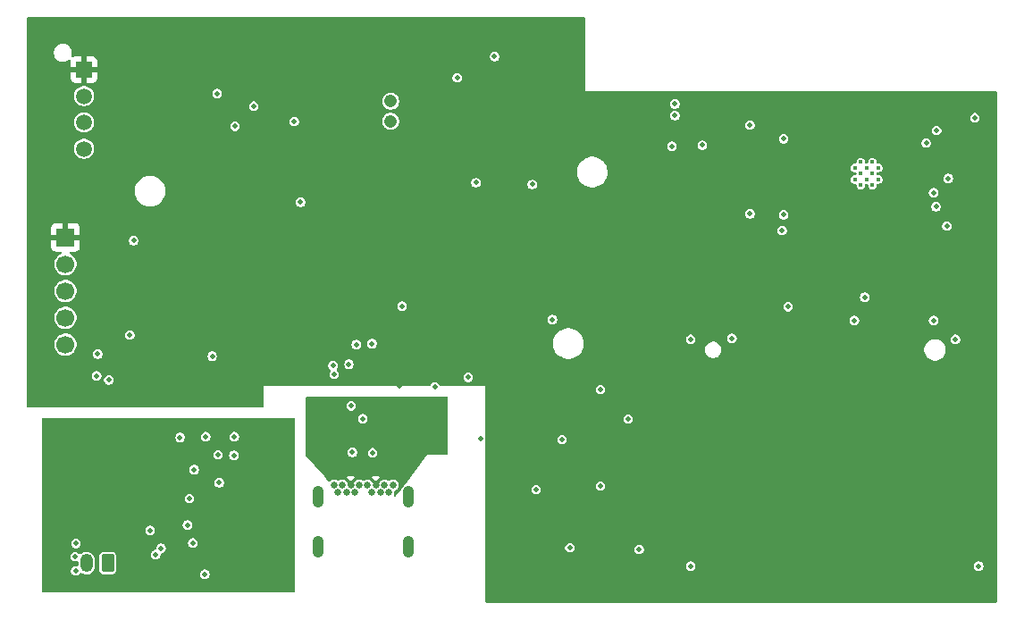
<source format=gbr>
%TF.GenerationSoftware,KiCad,Pcbnew,9.0.3*%
%TF.CreationDate,2025-09-24T14:37:44+05:30*%
%TF.ProjectId,esp_32,6573705f-3332-42e6-9b69-6361645f7063,rev?*%
%TF.SameCoordinates,Original*%
%TF.FileFunction,Copper,L2,Inr*%
%TF.FilePolarity,Positive*%
%FSLAX46Y46*%
G04 Gerber Fmt 4.6, Leading zero omitted, Abs format (unit mm)*
G04 Created by KiCad (PCBNEW 9.0.3) date 2025-09-24 14:37:44*
%MOMM*%
%LPD*%
G01*
G04 APERTURE LIST*
G04 Aperture macros list*
%AMRoundRect*
0 Rectangle with rounded corners*
0 $1 Rounding radius*
0 $2 $3 $4 $5 $6 $7 $8 $9 X,Y pos of 4 corners*
0 Add a 4 corners polygon primitive as box body*
4,1,4,$2,$3,$4,$5,$6,$7,$8,$9,$2,$3,0*
0 Add four circle primitives for the rounded corners*
1,1,$1+$1,$2,$3*
1,1,$1+$1,$4,$5*
1,1,$1+$1,$6,$7*
1,1,$1+$1,$8,$9*
0 Add four rect primitives between the rounded corners*
20,1,$1+$1,$2,$3,$4,$5,0*
20,1,$1+$1,$4,$5,$6,$7,0*
20,1,$1+$1,$6,$7,$8,$9,0*
20,1,$1+$1,$8,$9,$2,$3,0*%
G04 Aperture macros list end*
%TA.AperFunction,ComponentPad*%
%ADD10RoundRect,0.250000X0.350000X0.625000X-0.350000X0.625000X-0.350000X-0.625000X0.350000X-0.625000X0*%
%TD*%
%TA.AperFunction,ComponentPad*%
%ADD11O,1.200000X1.750000*%
%TD*%
%TA.AperFunction,ComponentPad*%
%ADD12R,1.508000X1.508000*%
%TD*%
%TA.AperFunction,ComponentPad*%
%ADD13C,1.508000*%
%TD*%
%TA.AperFunction,ComponentPad*%
%ADD14C,0.400000*%
%TD*%
%TA.AperFunction,ComponentPad*%
%ADD15C,0.650000*%
%TD*%
%TA.AperFunction,ComponentPad*%
%ADD16O,1.050000X2.100000*%
%TD*%
%TA.AperFunction,ComponentPad*%
%ADD17C,1.208000*%
%TD*%
%TA.AperFunction,ComponentPad*%
%ADD18R,1.700000X1.700000*%
%TD*%
%TA.AperFunction,ComponentPad*%
%ADD19C,1.700000*%
%TD*%
%TA.AperFunction,ViaPad*%
%ADD20C,0.500000*%
%TD*%
G04 APERTURE END LIST*
D10*
%TO.N,/VBAT*%
%TO.C,J5*%
X115750000Y-133750000D03*
D11*
%TO.N,GND*%
X113750000Y-133750000D03*
%TD*%
D12*
%TO.N,+3.3V*%
%TO.C,J4*%
X113500000Y-87000000D03*
D13*
%TO.N,/ESP32-c3-02/SDA*%
X113500000Y-89500000D03*
%TO.N,/ESP32-c3-02/SCL*%
X113500000Y-92000000D03*
%TO.N,GND*%
X113500000Y-94500000D03*
%TD*%
D14*
%TO.N,GND*%
%TO.C,U3*%
X187100000Y-95750000D03*
X188200000Y-95750000D03*
X186550000Y-96300000D03*
X187650000Y-96300000D03*
X188750000Y-96300000D03*
X187100000Y-96850000D03*
X188200000Y-96850000D03*
X186550000Y-97400000D03*
X187650000Y-97400000D03*
X188750000Y-97400000D03*
X187100000Y-97950000D03*
X188200000Y-97950000D03*
%TD*%
D15*
%TO.N,GND*%
%TO.C,J1*%
X142780000Y-126350000D03*
%TO.N,unconnected-(J1-SSTXP2-PadB2)*%
X142380000Y-127060000D03*
%TO.N,unconnected-(J1-SSTXN2-PadB3)*%
X141580000Y-127060000D03*
%TO.N,/VBUS*%
X141180000Y-126350000D03*
%TO.N,Net-(J1-CC2)*%
X140780000Y-127060000D03*
%TO.N,/USB_DP*%
X140380000Y-126350000D03*
%TO.N,/USB_DN*%
X139580000Y-126350000D03*
%TO.N,unconnected-(J1-SBU2-PadB8)*%
X139180000Y-127060000D03*
%TO.N,/VBUS*%
X138780000Y-126350000D03*
%TO.N,unconnected-(J1-SSRXN1-PadB10)*%
X138380000Y-127060000D03*
%TO.N,unconnected-(J1-SSRXP1-PadB11)*%
X137580000Y-127060000D03*
%TO.N,GND*%
X137180000Y-126350000D03*
X141980000Y-126350000D03*
X137980000Y-126350000D03*
D16*
X135710000Y-127500000D03*
X144250000Y-127500000D03*
X135710000Y-132230000D03*
X144250000Y-132230000D03*
%TD*%
D17*
%TO.N,GND*%
%TO.C,MK1*%
X142557500Y-89990000D03*
%TO.N,Net-(C17-Pad1)*%
X142557500Y-91890000D03*
%TD*%
D18*
%TO.N,+3.3V*%
%TO.C,J6*%
X111750000Y-102880000D03*
D19*
%TO.N,/ESP32-c3-02/GPIO8*%
X111750000Y-105420000D03*
%TO.N,/ESP32-c3-02/GPIO18*%
X111750000Y-107960000D03*
%TO.N,/ESP32-c3-02/GPIO19*%
X111750000Y-110500000D03*
%TO.N,GND*%
X111750000Y-113040000D03*
%TD*%
D20*
%TO.N,GND*%
X123800000Y-131850000D03*
X119750000Y-130650000D03*
%TO.N,Net-(U1-PROG1)*%
X126202405Y-123483818D03*
%TO.N,/ESP32-c3-02/PHOTO_C*%
X194289998Y-92739998D03*
X169200000Y-94250000D03*
%TO.N,/ESP32-c3-02/TX_RX*%
X195250000Y-101799998D03*
X137200000Y-115850000D03*
%TO.N,/ESP32-c3-02/RX_TX*%
X194228525Y-99978525D03*
X137100000Y-115050000D03*
%TO.N,Net-(U1-~{TE})*%
X123300000Y-130150000D03*
X123951054Y-124898946D03*
%TO.N,Net-(U1-PROG1)*%
X120300000Y-132950000D03*
%TO.N,Net-(U1-PROG3)*%
X127700000Y-123550000D03*
X120800000Y-132350000D03*
%TO.N,/ESP32-c3-02/EN*%
X165070000Y-120100000D03*
X176600000Y-92250000D03*
%TO.N,GND*%
X180215000Y-109450000D03*
X140800000Y-112950000D03*
X112650000Y-133150000D03*
X148852500Y-87752500D03*
X179650000Y-102250000D03*
X134025000Y-99550000D03*
X122600000Y-121850000D03*
X146750000Y-117050000D03*
X196075000Y-112550000D03*
X138800000Y-118850000D03*
X117850000Y-112150000D03*
X118200000Y-103200000D03*
X155973750Y-97873750D03*
X112700000Y-134500000D03*
X139900000Y-120062500D03*
X127750000Y-121775000D03*
X186500000Y-110750000D03*
X112750000Y-131900000D03*
X166102500Y-132450000D03*
X151096250Y-121953750D03*
X159540000Y-132300000D03*
X143625000Y-109400000D03*
X129600000Y-90450000D03*
X157900000Y-110679232D03*
X125050000Y-121775000D03*
X187475000Y-108550000D03*
X114700000Y-116000000D03*
X170975000Y-134050000D03*
X114800000Y-113950000D03*
X150643750Y-97706250D03*
X125650000Y-114150000D03*
X127800000Y-92350000D03*
X152400000Y-85750000D03*
X126320000Y-126150000D03*
X126100000Y-89250000D03*
X115850000Y-116400000D03*
X172100000Y-94150000D03*
X133430000Y-91900000D03*
X174900000Y-112450000D03*
X194000000Y-110750000D03*
X198275000Y-134050000D03*
X170975000Y-112550000D03*
%TO.N,/VBUS*%
X139900000Y-123600000D03*
X137000000Y-121000000D03*
X137000000Y-122000000D03*
X137000000Y-123000000D03*
X138152330Y-124050001D03*
X141230000Y-124200000D03*
%TO.N,+3.3V*%
X154076000Y-126750000D03*
X197900000Y-95150000D03*
X171800000Y-92000000D03*
X140750000Y-112250000D03*
X121050000Y-109650000D03*
X147400000Y-87700000D03*
X118750000Y-114650000D03*
X156150000Y-111650000D03*
X152312500Y-89062500D03*
X118550000Y-108850000D03*
X143400000Y-116950000D03*
X120000000Y-110000000D03*
X117700000Y-106600000D03*
X167500000Y-104350000D03*
X159050000Y-106135000D03*
X153100000Y-118550000D03*
X193325000Y-106225000D03*
X124400000Y-100550000D03*
X152000000Y-86350000D03*
X182900000Y-104750000D03*
X135350000Y-91250000D03*
X119650000Y-108750000D03*
X116950000Y-108800000D03*
X120500000Y-114100000D03*
X120000000Y-114850000D03*
X131100000Y-92300000D03*
X155350000Y-95892500D03*
X118250000Y-89400000D03*
%TO.N,/+5V_USB*%
X131000000Y-123000000D03*
X127000000Y-132250000D03*
X113300000Y-121050000D03*
X131000000Y-122000000D03*
X116400000Y-121250000D03*
X131000000Y-121000000D03*
%TO.N,/ESP32-c3-02/BOOT*%
X162439575Y-117310425D03*
X179800000Y-100750000D03*
%TO.N,/ESP32-c3-02/SCL*%
X193300000Y-93950000D03*
X169500000Y-90250000D03*
%TO.N,/ESP32-c3-02/SDA*%
X179800000Y-93550000D03*
X169500000Y-91350000D03*
%TO.N,/ESP32-c3-02/GPIO18*%
X194000000Y-98650000D03*
%TO.N,/ESP32-c3-02/GPIO19*%
X195400000Y-97299998D03*
%TO.N,/ESP32-c3-02/GPIO8*%
X176600000Y-100650000D03*
%TO.N,/ESP32-c3-02/RTS*%
X149900000Y-116150000D03*
X138599998Y-114899998D03*
%TO.N,Net-(Q3-B)*%
X158800000Y-122050000D03*
X162450000Y-126450000D03*
%TO.N,/ESP32-c3-02/DTR*%
X156350000Y-126800000D03*
X139300000Y-113050000D03*
%TO.N,Net-(FB1-Pad2)*%
X124950000Y-134812500D03*
X123500000Y-127650000D03*
%TO.N,/USB_DN*%
X140850000Y-123300000D03*
%TO.N,/USB_DP*%
X138928483Y-123270517D03*
%TO.N,GND*%
X197900000Y-91550000D03*
%TD*%
%TA.AperFunction,Conductor*%
%TO.N,/+5V_USB*%
G36*
X133443039Y-120019685D02*
G01*
X133488794Y-120072489D01*
X133500000Y-120124000D01*
X133500000Y-136376000D01*
X133480315Y-136443039D01*
X133427511Y-136488794D01*
X133376000Y-136500000D01*
X109624000Y-136500000D01*
X109556961Y-136480315D01*
X109511206Y-136427511D01*
X109500000Y-136376000D01*
X109500000Y-133090691D01*
X112199500Y-133090691D01*
X112199500Y-133209309D01*
X112230201Y-133323886D01*
X112289511Y-133426613D01*
X112373387Y-133510489D01*
X112476114Y-133569799D01*
X112590691Y-133600500D01*
X112590694Y-133600500D01*
X112709306Y-133600500D01*
X112709309Y-133600500D01*
X112793409Y-133577965D01*
X112818401Y-133578560D01*
X112843147Y-133575002D01*
X112852727Y-133579377D01*
X112863256Y-133579628D01*
X112883959Y-133593640D01*
X112906703Y-133604027D01*
X112912397Y-133612887D01*
X112921118Y-133618790D01*
X112930959Y-133641770D01*
X112944477Y-133662805D01*
X112946756Y-133678659D01*
X112948623Y-133683018D01*
X112949500Y-133697740D01*
X112949500Y-133938861D01*
X112929815Y-134005900D01*
X112877011Y-134051655D01*
X112807853Y-134061599D01*
X112793409Y-134058636D01*
X112759313Y-134049500D01*
X112759309Y-134049500D01*
X112640691Y-134049500D01*
X112526114Y-134080201D01*
X112526112Y-134080201D01*
X112526112Y-134080202D01*
X112423387Y-134139511D01*
X112423384Y-134139513D01*
X112339513Y-134223384D01*
X112339511Y-134223387D01*
X112280201Y-134326114D01*
X112249500Y-134440691D01*
X112249500Y-134559309D01*
X112280201Y-134673886D01*
X112339511Y-134776613D01*
X112423387Y-134860489D01*
X112526114Y-134919799D01*
X112640691Y-134950500D01*
X112640694Y-134950500D01*
X112759306Y-134950500D01*
X112759309Y-134950500D01*
X112873886Y-134919799D01*
X112976613Y-134860489D01*
X113060489Y-134776613D01*
X113098272Y-134711170D01*
X113148838Y-134662955D01*
X113217445Y-134649731D01*
X113274550Y-134670068D01*
X113370814Y-134734390D01*
X113370827Y-134734397D01*
X113475596Y-134777793D01*
X113516503Y-134794737D01*
X113656810Y-134822646D01*
X113671153Y-134825499D01*
X113671156Y-134825500D01*
X113671158Y-134825500D01*
X113828844Y-134825500D01*
X113828845Y-134825499D01*
X113983497Y-134794737D01*
X114129179Y-134734394D01*
X114260289Y-134646789D01*
X114371789Y-134535289D01*
X114459394Y-134404179D01*
X114519737Y-134258497D01*
X114550500Y-134103842D01*
X114550500Y-133396158D01*
X114550500Y-133396155D01*
X114550499Y-133396153D01*
X114533459Y-133310488D01*
X114519737Y-133241503D01*
X114513570Y-133226615D01*
X114467474Y-133115327D01*
X114467458Y-133115289D01*
X114466394Y-133112722D01*
X114459394Y-133095821D01*
X114459391Y-133095816D01*
X114459390Y-133095814D01*
X114442629Y-133070730D01*
X114949500Y-133070730D01*
X114949500Y-134429269D01*
X114952353Y-134459699D01*
X114952353Y-134459701D01*
X114997206Y-134587880D01*
X114997207Y-134587882D01*
X115077850Y-134697150D01*
X115187118Y-134777793D01*
X115229845Y-134792744D01*
X115315299Y-134822646D01*
X115345730Y-134825500D01*
X115345734Y-134825500D01*
X116154270Y-134825500D01*
X116184699Y-134822646D01*
X116184701Y-134822646D01*
X116248790Y-134800219D01*
X116312882Y-134777793D01*
X116346217Y-134753191D01*
X124499500Y-134753191D01*
X124499500Y-134871809D01*
X124530201Y-134986386D01*
X124589511Y-135089113D01*
X124673387Y-135172989D01*
X124776114Y-135232299D01*
X124890691Y-135263000D01*
X124890694Y-135263000D01*
X125009306Y-135263000D01*
X125009309Y-135263000D01*
X125123886Y-135232299D01*
X125226613Y-135172989D01*
X125310489Y-135089113D01*
X125369799Y-134986386D01*
X125400500Y-134871809D01*
X125400500Y-134753191D01*
X125369799Y-134638614D01*
X125310489Y-134535887D01*
X125226613Y-134452011D01*
X125123886Y-134392701D01*
X125009309Y-134362000D01*
X124890691Y-134362000D01*
X124776114Y-134392701D01*
X124776112Y-134392701D01*
X124776112Y-134392702D01*
X124673387Y-134452011D01*
X124673384Y-134452013D01*
X124589513Y-134535884D01*
X124589511Y-134535887D01*
X124559493Y-134587880D01*
X124530201Y-134638614D01*
X124499500Y-134753191D01*
X116346217Y-134753191D01*
X116422150Y-134697150D01*
X116502793Y-134587882D01*
X116525219Y-134523790D01*
X116547646Y-134459701D01*
X116547646Y-134459699D01*
X116550500Y-134429269D01*
X116550500Y-133070730D01*
X116547646Y-133040301D01*
X116521196Y-132964711D01*
X116502793Y-132912118D01*
X116486979Y-132890691D01*
X119849500Y-132890691D01*
X119849500Y-133009309D01*
X119880201Y-133123886D01*
X119939511Y-133226613D01*
X120023387Y-133310489D01*
X120126114Y-133369799D01*
X120240691Y-133400500D01*
X120240694Y-133400500D01*
X120359306Y-133400500D01*
X120359309Y-133400500D01*
X120473886Y-133369799D01*
X120576613Y-133310489D01*
X120660489Y-133226613D01*
X120719799Y-133123886D01*
X120750500Y-133009309D01*
X120750500Y-132923569D01*
X120770185Y-132856530D01*
X120822989Y-132810775D01*
X120858324Y-132800629D01*
X120859300Y-132800500D01*
X120859309Y-132800500D01*
X120973886Y-132769799D01*
X121076613Y-132710489D01*
X121160489Y-132626613D01*
X121219799Y-132523886D01*
X121250500Y-132409309D01*
X121250500Y-132290691D01*
X121219799Y-132176114D01*
X121160489Y-132073387D01*
X121076613Y-131989511D01*
X120973886Y-131930201D01*
X120869901Y-131902338D01*
X120866352Y-131901387D01*
X120859309Y-131899500D01*
X120740691Y-131899500D01*
X120626114Y-131930201D01*
X120626112Y-131930201D01*
X120626112Y-131930202D01*
X120523387Y-131989511D01*
X120523384Y-131989513D01*
X120439513Y-132073384D01*
X120439511Y-132073387D01*
X120408780Y-132126615D01*
X120380201Y-132176114D01*
X120349500Y-132290691D01*
X120349500Y-132290693D01*
X120349500Y-132376430D01*
X120329815Y-132443469D01*
X120277011Y-132489224D01*
X120241689Y-132499369D01*
X120240692Y-132499500D01*
X120240691Y-132499500D01*
X120126114Y-132530201D01*
X120126112Y-132530201D01*
X120126112Y-132530202D01*
X120023387Y-132589511D01*
X120023384Y-132589513D01*
X119939513Y-132673384D01*
X119939511Y-132673387D01*
X119906709Y-132730202D01*
X119880201Y-132776114D01*
X119849500Y-132890691D01*
X116486979Y-132890691D01*
X116422150Y-132802850D01*
X116312882Y-132722207D01*
X116312880Y-132722206D01*
X116184700Y-132677353D01*
X116154270Y-132674500D01*
X116154266Y-132674500D01*
X115345734Y-132674500D01*
X115345730Y-132674500D01*
X115315300Y-132677353D01*
X115315298Y-132677353D01*
X115187119Y-132722206D01*
X115187117Y-132722207D01*
X115077850Y-132802850D01*
X114997207Y-132912117D01*
X114997206Y-132912119D01*
X114952353Y-133040298D01*
X114952353Y-133040300D01*
X114949500Y-133070730D01*
X114442629Y-133070730D01*
X114371789Y-132964711D01*
X114371786Y-132964707D01*
X114260292Y-132853213D01*
X114260288Y-132853210D01*
X114129185Y-132765609D01*
X114129172Y-132765602D01*
X113983501Y-132705264D01*
X113983489Y-132705261D01*
X113828845Y-132674500D01*
X113828842Y-132674500D01*
X113671158Y-132674500D01*
X113671155Y-132674500D01*
X113516510Y-132705261D01*
X113516498Y-132705264D01*
X113370827Y-132765602D01*
X113370814Y-132765609D01*
X113239711Y-132853210D01*
X113239706Y-132853214D01*
X113201231Y-132891689D01*
X113139908Y-132925174D01*
X113070216Y-132920188D01*
X113015179Y-132879498D01*
X113010490Y-132873388D01*
X112926615Y-132789513D01*
X112926613Y-132789511D01*
X112823886Y-132730201D01*
X112709309Y-132699500D01*
X112590691Y-132699500D01*
X112476114Y-132730201D01*
X112476112Y-132730201D01*
X112476112Y-132730202D01*
X112373387Y-132789511D01*
X112373384Y-132789513D01*
X112289513Y-132873384D01*
X112289511Y-132873387D01*
X112236785Y-132964711D01*
X112230201Y-132976114D01*
X112199500Y-133090691D01*
X109500000Y-133090691D01*
X109500000Y-131840691D01*
X112299500Y-131840691D01*
X112299500Y-131959309D01*
X112330201Y-132073886D01*
X112389511Y-132176613D01*
X112473387Y-132260489D01*
X112576114Y-132319799D01*
X112690691Y-132350500D01*
X112690694Y-132350500D01*
X112809306Y-132350500D01*
X112809309Y-132350500D01*
X112923886Y-132319799D01*
X113026613Y-132260489D01*
X113110489Y-132176613D01*
X113169799Y-132073886D01*
X113200500Y-131959309D01*
X113200500Y-131840691D01*
X113187102Y-131790691D01*
X123349500Y-131790691D01*
X123349500Y-131909309D01*
X123380201Y-132023886D01*
X123439511Y-132126613D01*
X123523387Y-132210489D01*
X123626114Y-132269799D01*
X123740691Y-132300500D01*
X123740694Y-132300500D01*
X123859306Y-132300500D01*
X123859309Y-132300500D01*
X123973886Y-132269799D01*
X124076613Y-132210489D01*
X124160489Y-132126613D01*
X124219799Y-132023886D01*
X124250500Y-131909309D01*
X124250500Y-131790691D01*
X124219799Y-131676114D01*
X124160489Y-131573387D01*
X124076613Y-131489511D01*
X123973886Y-131430201D01*
X123859309Y-131399500D01*
X123740691Y-131399500D01*
X123626114Y-131430201D01*
X123626112Y-131430201D01*
X123626112Y-131430202D01*
X123523387Y-131489511D01*
X123523384Y-131489513D01*
X123439513Y-131573384D01*
X123439511Y-131573387D01*
X123380201Y-131676114D01*
X123349500Y-131790691D01*
X113187102Y-131790691D01*
X113169799Y-131726114D01*
X113110489Y-131623387D01*
X113026613Y-131539511D01*
X112923886Y-131480201D01*
X112809309Y-131449500D01*
X112690691Y-131449500D01*
X112576114Y-131480201D01*
X112576112Y-131480201D01*
X112576112Y-131480202D01*
X112473387Y-131539511D01*
X112473384Y-131539513D01*
X112389513Y-131623384D01*
X112389511Y-131623387D01*
X112330201Y-131726114D01*
X112299500Y-131840691D01*
X109500000Y-131840691D01*
X109500000Y-130590691D01*
X119299500Y-130590691D01*
X119299500Y-130709309D01*
X119330201Y-130823886D01*
X119389511Y-130926613D01*
X119473387Y-131010489D01*
X119576114Y-131069799D01*
X119690691Y-131100500D01*
X119690694Y-131100500D01*
X119809306Y-131100500D01*
X119809309Y-131100500D01*
X119923886Y-131069799D01*
X120026613Y-131010489D01*
X120110489Y-130926613D01*
X120169799Y-130823886D01*
X120200500Y-130709309D01*
X120200500Y-130590691D01*
X120169799Y-130476114D01*
X120110489Y-130373387D01*
X120026613Y-130289511D01*
X119923886Y-130230201D01*
X119819901Y-130202338D01*
X119816352Y-130201387D01*
X119809309Y-130199500D01*
X119690691Y-130199500D01*
X119576114Y-130230201D01*
X119576112Y-130230201D01*
X119576112Y-130230202D01*
X119473387Y-130289511D01*
X119473384Y-130289513D01*
X119389513Y-130373384D01*
X119389511Y-130373387D01*
X119358780Y-130426615D01*
X119330201Y-130476114D01*
X119299500Y-130590691D01*
X109500000Y-130590691D01*
X109500000Y-130090691D01*
X122849500Y-130090691D01*
X122849500Y-130209309D01*
X122880201Y-130323886D01*
X122939511Y-130426613D01*
X123023387Y-130510489D01*
X123126114Y-130569799D01*
X123240691Y-130600500D01*
X123240694Y-130600500D01*
X123359306Y-130600500D01*
X123359309Y-130600500D01*
X123473886Y-130569799D01*
X123576613Y-130510489D01*
X123660489Y-130426613D01*
X123719799Y-130323886D01*
X123750500Y-130209309D01*
X123750500Y-130090691D01*
X123719799Y-129976114D01*
X123660489Y-129873387D01*
X123576613Y-129789511D01*
X123473886Y-129730201D01*
X123359309Y-129699500D01*
X123240691Y-129699500D01*
X123126114Y-129730201D01*
X123126112Y-129730201D01*
X123126112Y-129730202D01*
X123023387Y-129789511D01*
X123023384Y-129789513D01*
X122939513Y-129873384D01*
X122939511Y-129873387D01*
X122880201Y-129976114D01*
X122849500Y-130090691D01*
X109500000Y-130090691D01*
X109500000Y-127590691D01*
X123049500Y-127590691D01*
X123049500Y-127709309D01*
X123080201Y-127823886D01*
X123139511Y-127926613D01*
X123223387Y-128010489D01*
X123326114Y-128069799D01*
X123440691Y-128100500D01*
X123440694Y-128100500D01*
X123559306Y-128100500D01*
X123559309Y-128100500D01*
X123673886Y-128069799D01*
X123776613Y-128010489D01*
X123860489Y-127926613D01*
X123919799Y-127823886D01*
X123950500Y-127709309D01*
X123950500Y-127590691D01*
X123919799Y-127476114D01*
X123860489Y-127373387D01*
X123776613Y-127289511D01*
X123673886Y-127230201D01*
X123559309Y-127199500D01*
X123440691Y-127199500D01*
X123326114Y-127230201D01*
X123326112Y-127230201D01*
X123326112Y-127230202D01*
X123223387Y-127289511D01*
X123223384Y-127289513D01*
X123139513Y-127373384D01*
X123139511Y-127373387D01*
X123080201Y-127476114D01*
X123049500Y-127590691D01*
X109500000Y-127590691D01*
X109500000Y-126090691D01*
X125869500Y-126090691D01*
X125869500Y-126209309D01*
X125900201Y-126323886D01*
X125959511Y-126426613D01*
X126043387Y-126510489D01*
X126146114Y-126569799D01*
X126260691Y-126600500D01*
X126260694Y-126600500D01*
X126379306Y-126600500D01*
X126379309Y-126600500D01*
X126493886Y-126569799D01*
X126596613Y-126510489D01*
X126680489Y-126426613D01*
X126739799Y-126323886D01*
X126770500Y-126209309D01*
X126770500Y-126090691D01*
X126739799Y-125976114D01*
X126680489Y-125873387D01*
X126596613Y-125789511D01*
X126493886Y-125730201D01*
X126379309Y-125699500D01*
X126260691Y-125699500D01*
X126146114Y-125730201D01*
X126146112Y-125730201D01*
X126146112Y-125730202D01*
X126043387Y-125789511D01*
X126043384Y-125789513D01*
X125959513Y-125873384D01*
X125959511Y-125873387D01*
X125900201Y-125976114D01*
X125869500Y-126090691D01*
X109500000Y-126090691D01*
X109500000Y-124839637D01*
X123500554Y-124839637D01*
X123500554Y-124958255D01*
X123531255Y-125072832D01*
X123590565Y-125175559D01*
X123674441Y-125259435D01*
X123777168Y-125318745D01*
X123891745Y-125349446D01*
X123891748Y-125349446D01*
X124010360Y-125349446D01*
X124010363Y-125349446D01*
X124124940Y-125318745D01*
X124227667Y-125259435D01*
X124311543Y-125175559D01*
X124370853Y-125072832D01*
X124401554Y-124958255D01*
X124401554Y-124839637D01*
X124370853Y-124725060D01*
X124311543Y-124622333D01*
X124227667Y-124538457D01*
X124124940Y-124479147D01*
X124010363Y-124448446D01*
X123891745Y-124448446D01*
X123777168Y-124479147D01*
X123777166Y-124479147D01*
X123777166Y-124479148D01*
X123674441Y-124538457D01*
X123674438Y-124538459D01*
X123590567Y-124622330D01*
X123590565Y-124622333D01*
X123531255Y-124725060D01*
X123500554Y-124839637D01*
X109500000Y-124839637D01*
X109500000Y-123424509D01*
X125751905Y-123424509D01*
X125751905Y-123543127D01*
X125782606Y-123657704D01*
X125841916Y-123760431D01*
X125925792Y-123844307D01*
X126028519Y-123903617D01*
X126143096Y-123934318D01*
X126143099Y-123934318D01*
X126261711Y-123934318D01*
X126261714Y-123934318D01*
X126376291Y-123903617D01*
X126479018Y-123844307D01*
X126562894Y-123760431D01*
X126622204Y-123657704D01*
X126652905Y-123543127D01*
X126652905Y-123490691D01*
X127249500Y-123490691D01*
X127249500Y-123609309D01*
X127280201Y-123723886D01*
X127339511Y-123826613D01*
X127423387Y-123910489D01*
X127526114Y-123969799D01*
X127640691Y-124000500D01*
X127640694Y-124000500D01*
X127759306Y-124000500D01*
X127759309Y-124000500D01*
X127873886Y-123969799D01*
X127976613Y-123910489D01*
X128060489Y-123826613D01*
X128119799Y-123723886D01*
X128150500Y-123609309D01*
X128150500Y-123490691D01*
X128119799Y-123376114D01*
X128060489Y-123273387D01*
X127976613Y-123189511D01*
X127873886Y-123130201D01*
X127759309Y-123099500D01*
X127640691Y-123099500D01*
X127526114Y-123130201D01*
X127526112Y-123130201D01*
X127526112Y-123130202D01*
X127423387Y-123189511D01*
X127423384Y-123189513D01*
X127339513Y-123273384D01*
X127339511Y-123273387D01*
X127318412Y-123309932D01*
X127280201Y-123376114D01*
X127249500Y-123490691D01*
X126652905Y-123490691D01*
X126652905Y-123424509D01*
X126622204Y-123309932D01*
X126562894Y-123207205D01*
X126479018Y-123123329D01*
X126376291Y-123064019D01*
X126261714Y-123033318D01*
X126143096Y-123033318D01*
X126028519Y-123064019D01*
X126028517Y-123064019D01*
X126028517Y-123064020D01*
X125925792Y-123123329D01*
X125925789Y-123123331D01*
X125841918Y-123207202D01*
X125841916Y-123207205D01*
X125782606Y-123309932D01*
X125751905Y-123424509D01*
X109500000Y-123424509D01*
X109500000Y-121790691D01*
X122149500Y-121790691D01*
X122149500Y-121909309D01*
X122180201Y-122023886D01*
X122239511Y-122126613D01*
X122323387Y-122210489D01*
X122426114Y-122269799D01*
X122540691Y-122300500D01*
X122540694Y-122300500D01*
X122659306Y-122300500D01*
X122659309Y-122300500D01*
X122773886Y-122269799D01*
X122876613Y-122210489D01*
X122960489Y-122126613D01*
X123019799Y-122023886D01*
X123050500Y-121909309D01*
X123050500Y-121790691D01*
X123030404Y-121715691D01*
X124599500Y-121715691D01*
X124599500Y-121834309D01*
X124630201Y-121948886D01*
X124689511Y-122051613D01*
X124773387Y-122135489D01*
X124876114Y-122194799D01*
X124990691Y-122225500D01*
X124990694Y-122225500D01*
X125109306Y-122225500D01*
X125109309Y-122225500D01*
X125223886Y-122194799D01*
X125326613Y-122135489D01*
X125410489Y-122051613D01*
X125469799Y-121948886D01*
X125500500Y-121834309D01*
X125500500Y-121715691D01*
X127299500Y-121715691D01*
X127299500Y-121834309D01*
X127330201Y-121948886D01*
X127389511Y-122051613D01*
X127473387Y-122135489D01*
X127576114Y-122194799D01*
X127690691Y-122225500D01*
X127690694Y-122225500D01*
X127809306Y-122225500D01*
X127809309Y-122225500D01*
X127923886Y-122194799D01*
X128026613Y-122135489D01*
X128110489Y-122051613D01*
X128169799Y-121948886D01*
X128200500Y-121834309D01*
X128200500Y-121715691D01*
X128169799Y-121601114D01*
X128110489Y-121498387D01*
X128026613Y-121414511D01*
X127923886Y-121355201D01*
X127809309Y-121324500D01*
X127690691Y-121324500D01*
X127576114Y-121355201D01*
X127576112Y-121355201D01*
X127576112Y-121355202D01*
X127473387Y-121414511D01*
X127473384Y-121414513D01*
X127389513Y-121498384D01*
X127389511Y-121498387D01*
X127330201Y-121601114D01*
X127299500Y-121715691D01*
X125500500Y-121715691D01*
X125469799Y-121601114D01*
X125410489Y-121498387D01*
X125326613Y-121414511D01*
X125223886Y-121355201D01*
X125109309Y-121324500D01*
X124990691Y-121324500D01*
X124876114Y-121355201D01*
X124876112Y-121355201D01*
X124876112Y-121355202D01*
X124773387Y-121414511D01*
X124773384Y-121414513D01*
X124689513Y-121498384D01*
X124689511Y-121498387D01*
X124630201Y-121601114D01*
X124599500Y-121715691D01*
X123030404Y-121715691D01*
X123019799Y-121676114D01*
X122960489Y-121573387D01*
X122876613Y-121489511D01*
X122773886Y-121430201D01*
X122659309Y-121399500D01*
X122540691Y-121399500D01*
X122426114Y-121430201D01*
X122426112Y-121430201D01*
X122426112Y-121430202D01*
X122323387Y-121489511D01*
X122323384Y-121489513D01*
X122239513Y-121573384D01*
X122239511Y-121573387D01*
X122180201Y-121676114D01*
X122149500Y-121790691D01*
X109500000Y-121790691D01*
X109500000Y-120124000D01*
X109519685Y-120056961D01*
X109572489Y-120011206D01*
X109624000Y-120000000D01*
X133376000Y-120000000D01*
X133443039Y-120019685D01*
G37*
%TD.AperFunction*%
%TD*%
%TA.AperFunction,Conductor*%
%TO.N,/VBUS*%
G36*
X147943039Y-118019685D02*
G01*
X147988794Y-118072489D01*
X148000000Y-118124000D01*
X148000000Y-123376000D01*
X147980315Y-123443039D01*
X147927511Y-123488794D01*
X147876000Y-123500000D01*
X145999999Y-123500000D01*
X143858111Y-126355850D01*
X143827803Y-126384551D01*
X143787526Y-126411463D01*
X143787524Y-126411465D01*
X143686466Y-126512522D01*
X143607074Y-126631340D01*
X143607071Y-126631347D01*
X143558259Y-126749187D01*
X143542898Y-126776133D01*
X143078623Y-127395168D01*
X143022652Y-127436989D01*
X142952956Y-127441910D01*
X142891663Y-127408370D01*
X142858233Y-127347017D01*
X142863280Y-127277330D01*
X142866589Y-127270315D01*
X142869682Y-127262844D01*
X142869688Y-127262836D01*
X142905500Y-127129183D01*
X142905500Y-126990817D01*
X142904921Y-126988656D01*
X142904966Y-126986764D01*
X142904439Y-126982761D01*
X142905063Y-126982678D01*
X142906584Y-126918810D01*
X142945746Y-126860947D01*
X142977248Y-126842002D01*
X142982827Y-126839690D01*
X142982836Y-126839688D01*
X143102665Y-126770505D01*
X143200505Y-126672665D01*
X143269688Y-126552836D01*
X143305500Y-126419183D01*
X143305500Y-126280817D01*
X143269688Y-126147164D01*
X143200505Y-126027335D01*
X143102665Y-125929495D01*
X143102662Y-125929493D01*
X143102661Y-125929492D01*
X142982838Y-125860313D01*
X142982837Y-125860312D01*
X142982836Y-125860312D01*
X142849183Y-125824500D01*
X142710817Y-125824500D01*
X142577164Y-125860312D01*
X142577161Y-125860313D01*
X142457337Y-125929493D01*
X142455483Y-125930916D01*
X142453637Y-125931629D01*
X142450297Y-125933558D01*
X142449996Y-125933036D01*
X142390312Y-125956107D01*
X142321868Y-125942066D01*
X142304517Y-125930916D01*
X142302662Y-125929493D01*
X142182838Y-125860313D01*
X142182837Y-125860312D01*
X142182836Y-125860312D01*
X142049183Y-125824500D01*
X141910817Y-125824500D01*
X141777164Y-125860312D01*
X141777161Y-125860313D01*
X141657338Y-125929492D01*
X141657333Y-125929496D01*
X141559496Y-126027333D01*
X141559492Y-126027338D01*
X141490313Y-126147161D01*
X141490312Y-126147164D01*
X141454500Y-126280817D01*
X141454500Y-126325138D01*
X141434815Y-126392177D01*
X141389973Y-126431032D01*
X141405000Y-126394755D01*
X141405000Y-126305245D01*
X141370746Y-126222548D01*
X141307452Y-126159254D01*
X141224755Y-126125000D01*
X141135245Y-126125000D01*
X141052548Y-126159254D01*
X140989254Y-126222548D01*
X140955000Y-126305245D01*
X140955000Y-126394755D01*
X140968949Y-126428431D01*
X140930233Y-126399448D01*
X140905816Y-126333984D01*
X140905500Y-126325138D01*
X140905500Y-126280819D01*
X140905500Y-126280817D01*
X140869688Y-126147164D01*
X140800505Y-126027335D01*
X140702665Y-125929495D01*
X140702662Y-125929493D01*
X140702661Y-125929492D01*
X140582838Y-125860313D01*
X140582837Y-125860312D01*
X140582836Y-125860312D01*
X140449183Y-125824500D01*
X140310817Y-125824500D01*
X140177164Y-125860312D01*
X140177161Y-125860313D01*
X140057337Y-125929493D01*
X140055483Y-125930916D01*
X140053637Y-125931629D01*
X140050297Y-125933558D01*
X140049996Y-125933036D01*
X139990312Y-125956107D01*
X139921868Y-125942066D01*
X139904517Y-125930916D01*
X139902662Y-125929493D01*
X139782838Y-125860313D01*
X139782837Y-125860312D01*
X139782836Y-125860312D01*
X139649183Y-125824500D01*
X139510817Y-125824500D01*
X139377164Y-125860312D01*
X139377161Y-125860313D01*
X139257338Y-125929492D01*
X139257333Y-125929496D01*
X139159496Y-126027333D01*
X139159492Y-126027338D01*
X139090313Y-126147161D01*
X139090312Y-126147164D01*
X139054500Y-126280817D01*
X139054500Y-126325138D01*
X139034815Y-126392177D01*
X138989973Y-126431032D01*
X139005000Y-126394755D01*
X139005000Y-126305245D01*
X138970746Y-126222548D01*
X138907452Y-126159254D01*
X138824755Y-126125000D01*
X138735245Y-126125000D01*
X138652548Y-126159254D01*
X138589254Y-126222548D01*
X138555000Y-126305245D01*
X138555000Y-126394755D01*
X138568949Y-126428431D01*
X138530233Y-126399448D01*
X138505816Y-126333984D01*
X138505500Y-126325138D01*
X138505500Y-126280819D01*
X138505500Y-126280817D01*
X138469688Y-126147164D01*
X138400505Y-126027335D01*
X138302665Y-125929495D01*
X138302662Y-125929493D01*
X138302661Y-125929492D01*
X138182838Y-125860313D01*
X138182837Y-125860312D01*
X138182836Y-125860312D01*
X138049183Y-125824500D01*
X137910817Y-125824500D01*
X137777164Y-125860312D01*
X137777161Y-125860313D01*
X137657337Y-125929493D01*
X137655483Y-125930916D01*
X137653637Y-125931629D01*
X137650297Y-125933558D01*
X137649996Y-125933036D01*
X137590312Y-125956107D01*
X137521868Y-125942066D01*
X137504517Y-125930916D01*
X137502662Y-125929493D01*
X137382838Y-125860313D01*
X137382837Y-125860312D01*
X137382836Y-125860312D01*
X137249183Y-125824500D01*
X137110817Y-125824500D01*
X136977164Y-125860312D01*
X136977161Y-125860313D01*
X136857338Y-125929492D01*
X136857333Y-125929496D01*
X136827574Y-125959255D01*
X136766250Y-125992740D01*
X136696559Y-125987754D01*
X136646574Y-125953227D01*
X136457805Y-125737491D01*
X136457802Y-125737488D01*
X136350641Y-125615018D01*
X138398571Y-125615018D01*
X138780000Y-125996446D01*
X138780001Y-125996446D01*
X139161427Y-125615018D01*
X140798571Y-125615018D01*
X141180000Y-125996446D01*
X141180001Y-125996446D01*
X141561427Y-125615018D01*
X141420644Y-125556704D01*
X141420636Y-125556702D01*
X141261259Y-125525000D01*
X141098740Y-125525000D01*
X140939363Y-125556701D01*
X140939354Y-125556704D01*
X140798571Y-125615018D01*
X139161427Y-125615018D01*
X139020644Y-125556704D01*
X139020636Y-125556702D01*
X138861259Y-125525000D01*
X138698740Y-125525000D01*
X138539363Y-125556701D01*
X138539354Y-125556704D01*
X138398571Y-125615018D01*
X136350641Y-125615018D01*
X136271875Y-125525000D01*
X134530679Y-123535062D01*
X134501349Y-123471648D01*
X134500000Y-123453408D01*
X134500000Y-123211208D01*
X138477983Y-123211208D01*
X138477983Y-123329826D01*
X138508684Y-123444403D01*
X138567994Y-123547130D01*
X138651870Y-123631006D01*
X138754597Y-123690316D01*
X138869174Y-123721017D01*
X138869177Y-123721017D01*
X138987789Y-123721017D01*
X138987792Y-123721017D01*
X139102369Y-123690316D01*
X139205096Y-123631006D01*
X139288972Y-123547130D01*
X139348282Y-123444403D01*
X139378983Y-123329826D01*
X139378983Y-123240691D01*
X140399500Y-123240691D01*
X140399500Y-123359309D01*
X140430201Y-123473886D01*
X140489511Y-123576613D01*
X140573387Y-123660489D01*
X140676114Y-123719799D01*
X140790691Y-123750500D01*
X140790694Y-123750500D01*
X140909306Y-123750500D01*
X140909309Y-123750500D01*
X141023886Y-123719799D01*
X141126613Y-123660489D01*
X141210489Y-123576613D01*
X141269799Y-123473886D01*
X141300500Y-123359309D01*
X141300500Y-123240691D01*
X141269799Y-123126114D01*
X141210489Y-123023387D01*
X141126613Y-122939511D01*
X141023886Y-122880201D01*
X140909309Y-122849500D01*
X140790691Y-122849500D01*
X140676114Y-122880201D01*
X140676112Y-122880201D01*
X140676112Y-122880202D01*
X140573387Y-122939511D01*
X140573384Y-122939513D01*
X140489513Y-123023384D01*
X140489511Y-123023387D01*
X140430201Y-123126114D01*
X140399500Y-123240691D01*
X139378983Y-123240691D01*
X139378983Y-123211208D01*
X139348282Y-123096631D01*
X139288972Y-122993904D01*
X139205096Y-122910028D01*
X139102369Y-122850718D01*
X138987792Y-122820017D01*
X138869174Y-122820017D01*
X138754597Y-122850718D01*
X138754595Y-122850718D01*
X138754595Y-122850719D01*
X138651870Y-122910028D01*
X138651867Y-122910030D01*
X138567996Y-122993901D01*
X138567994Y-122993904D01*
X138508684Y-123096631D01*
X138477983Y-123211208D01*
X134500000Y-123211208D01*
X134500000Y-120003191D01*
X139449500Y-120003191D01*
X139449500Y-120121809D01*
X139480201Y-120236386D01*
X139539511Y-120339113D01*
X139623387Y-120422989D01*
X139726114Y-120482299D01*
X139840691Y-120513000D01*
X139840694Y-120513000D01*
X139959306Y-120513000D01*
X139959309Y-120513000D01*
X140073886Y-120482299D01*
X140176613Y-120422989D01*
X140260489Y-120339113D01*
X140319799Y-120236386D01*
X140350500Y-120121809D01*
X140350500Y-120003191D01*
X140319799Y-119888614D01*
X140260489Y-119785887D01*
X140176613Y-119702011D01*
X140073886Y-119642701D01*
X139959309Y-119612000D01*
X139840691Y-119612000D01*
X139726114Y-119642701D01*
X139726112Y-119642701D01*
X139726112Y-119642702D01*
X139623387Y-119702011D01*
X139623384Y-119702013D01*
X139539513Y-119785884D01*
X139539511Y-119785887D01*
X139480201Y-119888614D01*
X139449500Y-120003191D01*
X134500000Y-120003191D01*
X134500000Y-118790691D01*
X138349500Y-118790691D01*
X138349500Y-118909309D01*
X138380201Y-119023886D01*
X138439511Y-119126613D01*
X138523387Y-119210489D01*
X138626114Y-119269799D01*
X138740691Y-119300500D01*
X138740694Y-119300500D01*
X138859306Y-119300500D01*
X138859309Y-119300500D01*
X138973886Y-119269799D01*
X139076613Y-119210489D01*
X139160489Y-119126613D01*
X139219799Y-119023886D01*
X139250500Y-118909309D01*
X139250500Y-118790691D01*
X139219799Y-118676114D01*
X139160489Y-118573387D01*
X139076613Y-118489511D01*
X138973886Y-118430201D01*
X138859309Y-118399500D01*
X138740691Y-118399500D01*
X138626114Y-118430201D01*
X138626112Y-118430201D01*
X138626112Y-118430202D01*
X138523387Y-118489511D01*
X138523384Y-118489513D01*
X138439513Y-118573384D01*
X138439511Y-118573387D01*
X138380201Y-118676114D01*
X138349500Y-118790691D01*
X134500000Y-118790691D01*
X134500000Y-118124000D01*
X134519685Y-118056961D01*
X134572489Y-118011206D01*
X134624000Y-118000000D01*
X147876000Y-118000000D01*
X147943039Y-118019685D01*
G37*
%TD.AperFunction*%
%TD*%
%TA.AperFunction,Conductor*%
%TO.N,+3.3V*%
G36*
X160943039Y-82019685D02*
G01*
X160988794Y-82072489D01*
X161000000Y-82124000D01*
X161000000Y-89000000D01*
X199876000Y-89000000D01*
X199943039Y-89019685D01*
X199988794Y-89072489D01*
X200000000Y-89124000D01*
X200000000Y-137376000D01*
X199980315Y-137443039D01*
X199927511Y-137488794D01*
X199876000Y-137500000D01*
X151624000Y-137500000D01*
X151556961Y-137480315D01*
X151511206Y-137427511D01*
X151500000Y-137376000D01*
X151500000Y-133990691D01*
X170524500Y-133990691D01*
X170524500Y-134109309D01*
X170555201Y-134223886D01*
X170614511Y-134326613D01*
X170698387Y-134410489D01*
X170801114Y-134469799D01*
X170915691Y-134500500D01*
X170915694Y-134500500D01*
X171034306Y-134500500D01*
X171034309Y-134500500D01*
X171148886Y-134469799D01*
X171251613Y-134410489D01*
X171335489Y-134326613D01*
X171394799Y-134223886D01*
X171425500Y-134109309D01*
X171425500Y-133990691D01*
X197824500Y-133990691D01*
X197824500Y-134109309D01*
X197855201Y-134223886D01*
X197914511Y-134326613D01*
X197998387Y-134410489D01*
X198101114Y-134469799D01*
X198215691Y-134500500D01*
X198215694Y-134500500D01*
X198334306Y-134500500D01*
X198334309Y-134500500D01*
X198448886Y-134469799D01*
X198551613Y-134410489D01*
X198635489Y-134326613D01*
X198694799Y-134223886D01*
X198725500Y-134109309D01*
X198725500Y-133990691D01*
X198694799Y-133876114D01*
X198635489Y-133773387D01*
X198551613Y-133689511D01*
X198448886Y-133630201D01*
X198334309Y-133599500D01*
X198215691Y-133599500D01*
X198101114Y-133630201D01*
X198101112Y-133630201D01*
X198101112Y-133630202D01*
X197998387Y-133689511D01*
X197998384Y-133689513D01*
X197914513Y-133773384D01*
X197914511Y-133773387D01*
X197855201Y-133876114D01*
X197824500Y-133990691D01*
X171425500Y-133990691D01*
X171394799Y-133876114D01*
X171335489Y-133773387D01*
X171251613Y-133689511D01*
X171148886Y-133630201D01*
X171034309Y-133599500D01*
X170915691Y-133599500D01*
X170801114Y-133630201D01*
X170801112Y-133630201D01*
X170801112Y-133630202D01*
X170698387Y-133689511D01*
X170698384Y-133689513D01*
X170614513Y-133773384D01*
X170614511Y-133773387D01*
X170555201Y-133876114D01*
X170524500Y-133990691D01*
X151500000Y-133990691D01*
X151500000Y-132240691D01*
X159089500Y-132240691D01*
X159089500Y-132359309D01*
X159120201Y-132473886D01*
X159179511Y-132576613D01*
X159263387Y-132660489D01*
X159366114Y-132719799D01*
X159480691Y-132750500D01*
X159480694Y-132750500D01*
X159599306Y-132750500D01*
X159599309Y-132750500D01*
X159713886Y-132719799D01*
X159816613Y-132660489D01*
X159900489Y-132576613D01*
X159959799Y-132473886D01*
X159982091Y-132390691D01*
X165652000Y-132390691D01*
X165652000Y-132509309D01*
X165682701Y-132623886D01*
X165742011Y-132726613D01*
X165825887Y-132810489D01*
X165928614Y-132869799D01*
X166043191Y-132900500D01*
X166043194Y-132900500D01*
X166161806Y-132900500D01*
X166161809Y-132900500D01*
X166276386Y-132869799D01*
X166379113Y-132810489D01*
X166462989Y-132726613D01*
X166522299Y-132623886D01*
X166553000Y-132509309D01*
X166553000Y-132390691D01*
X166522299Y-132276114D01*
X166462989Y-132173387D01*
X166379113Y-132089511D01*
X166276386Y-132030201D01*
X166161809Y-131999500D01*
X166043191Y-131999500D01*
X165928614Y-132030201D01*
X165928612Y-132030201D01*
X165928612Y-132030202D01*
X165825887Y-132089511D01*
X165825884Y-132089513D01*
X165742013Y-132173384D01*
X165742011Y-132173387D01*
X165703152Y-132240693D01*
X165682701Y-132276114D01*
X165652000Y-132390691D01*
X159982091Y-132390691D01*
X159990500Y-132359309D01*
X159990500Y-132240691D01*
X159959799Y-132126114D01*
X159900489Y-132023387D01*
X159816613Y-131939511D01*
X159713886Y-131880201D01*
X159599309Y-131849500D01*
X159480691Y-131849500D01*
X159366114Y-131880201D01*
X159366112Y-131880201D01*
X159366112Y-131880202D01*
X159263387Y-131939511D01*
X159263384Y-131939513D01*
X159179513Y-132023384D01*
X159179511Y-132023387D01*
X159120201Y-132126114D01*
X159089500Y-132240691D01*
X151500000Y-132240691D01*
X151500000Y-126740691D01*
X155899500Y-126740691D01*
X155899500Y-126859309D01*
X155930201Y-126973886D01*
X155989511Y-127076613D01*
X156073387Y-127160489D01*
X156176114Y-127219799D01*
X156290691Y-127250500D01*
X156290694Y-127250500D01*
X156409306Y-127250500D01*
X156409309Y-127250500D01*
X156523886Y-127219799D01*
X156626613Y-127160489D01*
X156710489Y-127076613D01*
X156769799Y-126973886D01*
X156800500Y-126859309D01*
X156800500Y-126740691D01*
X156769799Y-126626114D01*
X156710489Y-126523387D01*
X156626613Y-126439511D01*
X156542055Y-126390691D01*
X161999500Y-126390691D01*
X161999500Y-126509309D01*
X162030201Y-126623886D01*
X162089511Y-126726613D01*
X162173387Y-126810489D01*
X162276114Y-126869799D01*
X162390691Y-126900500D01*
X162390694Y-126900500D01*
X162509306Y-126900500D01*
X162509309Y-126900500D01*
X162623886Y-126869799D01*
X162726613Y-126810489D01*
X162810489Y-126726613D01*
X162869799Y-126623886D01*
X162900500Y-126509309D01*
X162900500Y-126390691D01*
X162869799Y-126276114D01*
X162810489Y-126173387D01*
X162726613Y-126089511D01*
X162623886Y-126030201D01*
X162509309Y-125999500D01*
X162390691Y-125999500D01*
X162276114Y-126030201D01*
X162276112Y-126030201D01*
X162276112Y-126030202D01*
X162173387Y-126089511D01*
X162173384Y-126089513D01*
X162089513Y-126173384D01*
X162089511Y-126173387D01*
X162030201Y-126276114D01*
X161999500Y-126390691D01*
X156542055Y-126390691D01*
X156523886Y-126380201D01*
X156409309Y-126349500D01*
X156290691Y-126349500D01*
X156176114Y-126380201D01*
X156176112Y-126380201D01*
X156176112Y-126380202D01*
X156073387Y-126439511D01*
X156073384Y-126439513D01*
X155989513Y-126523384D01*
X155989511Y-126523387D01*
X155930201Y-126626114D01*
X155899500Y-126740691D01*
X151500000Y-126740691D01*
X151500000Y-122188658D01*
X151503072Y-122161227D01*
X151507224Y-122142919D01*
X151516049Y-122127636D01*
X151546750Y-122013059D01*
X151546750Y-121990691D01*
X158349500Y-121990691D01*
X158349500Y-122109309D01*
X158380201Y-122223886D01*
X158439511Y-122326613D01*
X158523387Y-122410489D01*
X158626114Y-122469799D01*
X158740691Y-122500500D01*
X158740694Y-122500500D01*
X158859306Y-122500500D01*
X158859309Y-122500500D01*
X158973886Y-122469799D01*
X159076613Y-122410489D01*
X159160489Y-122326613D01*
X159219799Y-122223886D01*
X159250500Y-122109309D01*
X159250500Y-121990691D01*
X159219799Y-121876114D01*
X159160489Y-121773387D01*
X159076613Y-121689511D01*
X158973886Y-121630201D01*
X158859309Y-121599500D01*
X158740691Y-121599500D01*
X158626114Y-121630201D01*
X158626112Y-121630201D01*
X158626112Y-121630202D01*
X158523387Y-121689511D01*
X158523384Y-121689513D01*
X158439513Y-121773384D01*
X158439511Y-121773387D01*
X158380201Y-121876114D01*
X158349500Y-121990691D01*
X151546750Y-121990691D01*
X151546750Y-121894441D01*
X151516049Y-121779864D01*
X151516048Y-121779862D01*
X151512938Y-121772354D01*
X151514197Y-121771832D01*
X151500000Y-121718840D01*
X151500000Y-120040691D01*
X164619500Y-120040691D01*
X164619500Y-120159309D01*
X164650201Y-120273886D01*
X164709511Y-120376613D01*
X164793387Y-120460489D01*
X164896114Y-120519799D01*
X165010691Y-120550500D01*
X165010694Y-120550500D01*
X165129306Y-120550500D01*
X165129309Y-120550500D01*
X165243886Y-120519799D01*
X165346613Y-120460489D01*
X165430489Y-120376613D01*
X165489799Y-120273886D01*
X165520500Y-120159309D01*
X165520500Y-120040691D01*
X165489799Y-119926114D01*
X165430489Y-119823387D01*
X165346613Y-119739511D01*
X165243886Y-119680201D01*
X165129309Y-119649500D01*
X165010691Y-119649500D01*
X164896114Y-119680201D01*
X164896112Y-119680201D01*
X164896112Y-119680202D01*
X164793387Y-119739511D01*
X164793384Y-119739513D01*
X164709513Y-119823384D01*
X164709511Y-119823387D01*
X164650201Y-119926114D01*
X164619500Y-120040691D01*
X151500000Y-120040691D01*
X151500000Y-117251116D01*
X161989075Y-117251116D01*
X161989075Y-117369734D01*
X162019776Y-117484311D01*
X162079086Y-117587038D01*
X162162962Y-117670914D01*
X162265689Y-117730224D01*
X162380266Y-117760925D01*
X162380269Y-117760925D01*
X162498881Y-117760925D01*
X162498884Y-117760925D01*
X162613461Y-117730224D01*
X162716188Y-117670914D01*
X162800064Y-117587038D01*
X162859374Y-117484311D01*
X162890075Y-117369734D01*
X162890075Y-117251116D01*
X162859374Y-117136539D01*
X162800064Y-117033812D01*
X162716188Y-116949936D01*
X162613461Y-116890626D01*
X162498884Y-116859925D01*
X162380266Y-116859925D01*
X162265689Y-116890626D01*
X162265687Y-116890626D01*
X162265687Y-116890627D01*
X162162962Y-116949936D01*
X162162959Y-116949938D01*
X162079088Y-117033809D01*
X162079086Y-117033812D01*
X162019776Y-117136539D01*
X161989075Y-117251116D01*
X151500000Y-117251116D01*
X151500000Y-117000000D01*
X147298142Y-117000000D01*
X147231103Y-116980315D01*
X147185348Y-116927511D01*
X147178369Y-116908097D01*
X147169799Y-116876114D01*
X147110489Y-116773387D01*
X147026613Y-116689511D01*
X146923886Y-116630201D01*
X146809309Y-116599500D01*
X146690691Y-116599500D01*
X146576114Y-116630201D01*
X146576112Y-116630201D01*
X146576112Y-116630202D01*
X146473387Y-116689511D01*
X146473384Y-116689513D01*
X146389513Y-116773384D01*
X146389511Y-116773387D01*
X146330201Y-116876113D01*
X146330201Y-116876114D01*
X146321632Y-116908093D01*
X146285269Y-116967753D01*
X146222422Y-116998283D01*
X146201858Y-117000000D01*
X130500000Y-117000000D01*
X130500000Y-118876000D01*
X130480315Y-118943039D01*
X130427511Y-118988794D01*
X130376000Y-119000000D01*
X108224500Y-119000000D01*
X108157461Y-118980315D01*
X108111706Y-118927511D01*
X108100500Y-118876000D01*
X108100500Y-115940691D01*
X114249500Y-115940691D01*
X114249500Y-116059309D01*
X114280201Y-116173886D01*
X114339511Y-116276613D01*
X114423387Y-116360489D01*
X114526114Y-116419799D01*
X114640691Y-116450500D01*
X114640694Y-116450500D01*
X114759306Y-116450500D01*
X114759309Y-116450500D01*
X114873886Y-116419799D01*
X114976613Y-116360489D01*
X114996411Y-116340691D01*
X115399500Y-116340691D01*
X115399500Y-116459309D01*
X115430201Y-116573886D01*
X115489511Y-116676613D01*
X115573387Y-116760489D01*
X115676114Y-116819799D01*
X115790691Y-116850500D01*
X115790694Y-116850500D01*
X115909306Y-116850500D01*
X115909309Y-116850500D01*
X116023886Y-116819799D01*
X116126613Y-116760489D01*
X116210489Y-116676613D01*
X116269799Y-116573886D01*
X116300500Y-116459309D01*
X116300500Y-116340691D01*
X116269799Y-116226114D01*
X116210489Y-116123387D01*
X116126613Y-116039511D01*
X116023886Y-115980201D01*
X115909309Y-115949500D01*
X115790691Y-115949500D01*
X115676114Y-115980201D01*
X115676112Y-115980201D01*
X115676112Y-115980202D01*
X115573387Y-116039511D01*
X115573384Y-116039513D01*
X115489513Y-116123384D01*
X115489511Y-116123387D01*
X115460355Y-116173887D01*
X115430201Y-116226114D01*
X115399500Y-116340691D01*
X114996411Y-116340691D01*
X115060489Y-116276613D01*
X115119799Y-116173886D01*
X115150500Y-116059309D01*
X115150500Y-115940691D01*
X115119799Y-115826114D01*
X115060489Y-115723387D01*
X114976613Y-115639511D01*
X114873886Y-115580201D01*
X114759309Y-115549500D01*
X114640691Y-115549500D01*
X114526114Y-115580201D01*
X114526112Y-115580201D01*
X114526112Y-115580202D01*
X114423387Y-115639511D01*
X114423384Y-115639513D01*
X114339513Y-115723384D01*
X114339511Y-115723387D01*
X114300652Y-115790693D01*
X114280201Y-115826114D01*
X114249500Y-115940691D01*
X108100500Y-115940691D01*
X108100500Y-114990691D01*
X136649500Y-114990691D01*
X136649500Y-115109309D01*
X136680201Y-115223886D01*
X136739511Y-115326613D01*
X136739513Y-115326615D01*
X136826342Y-115413444D01*
X136859827Y-115474767D01*
X136854843Y-115544459D01*
X136842927Y-115565975D01*
X136843575Y-115566349D01*
X136839512Y-115573385D01*
X136839511Y-115573387D01*
X136780201Y-115676114D01*
X136749500Y-115790691D01*
X136749500Y-115909309D01*
X136780201Y-116023886D01*
X136839511Y-116126613D01*
X136923387Y-116210489D01*
X137026114Y-116269799D01*
X137140691Y-116300500D01*
X137140694Y-116300500D01*
X137259306Y-116300500D01*
X137259309Y-116300500D01*
X137373886Y-116269799D01*
X137476613Y-116210489D01*
X137560489Y-116126613D01*
X137581229Y-116090691D01*
X149449500Y-116090691D01*
X149449500Y-116209309D01*
X149480201Y-116323886D01*
X149539511Y-116426613D01*
X149623387Y-116510489D01*
X149726114Y-116569799D01*
X149840691Y-116600500D01*
X149840694Y-116600500D01*
X149959306Y-116600500D01*
X149959309Y-116600500D01*
X150073886Y-116569799D01*
X150176613Y-116510489D01*
X150260489Y-116426613D01*
X150319799Y-116323886D01*
X150350500Y-116209309D01*
X150350500Y-116090691D01*
X150319799Y-115976114D01*
X150260489Y-115873387D01*
X150176613Y-115789511D01*
X150073886Y-115730201D01*
X149959309Y-115699500D01*
X149840691Y-115699500D01*
X149726114Y-115730201D01*
X149726112Y-115730201D01*
X149726112Y-115730202D01*
X149623387Y-115789511D01*
X149623384Y-115789513D01*
X149539513Y-115873384D01*
X149539511Y-115873387D01*
X149500652Y-115940693D01*
X149480201Y-115976114D01*
X149449500Y-116090691D01*
X137581229Y-116090691D01*
X137610778Y-116039511D01*
X137619795Y-116023894D01*
X137619797Y-116023890D01*
X137619798Y-116023887D01*
X137619799Y-116023886D01*
X137650500Y-115909309D01*
X137650500Y-115790691D01*
X137619799Y-115676114D01*
X137560489Y-115573387D01*
X137476613Y-115489511D01*
X137473657Y-115486555D01*
X137440172Y-115425232D01*
X137445156Y-115355540D01*
X137457074Y-115334026D01*
X137456425Y-115333651D01*
X137460487Y-115326614D01*
X137460489Y-115326613D01*
X137519799Y-115223886D01*
X137550500Y-115109309D01*
X137550500Y-114990691D01*
X137519799Y-114876114D01*
X137499346Y-114840689D01*
X138149498Y-114840689D01*
X138149498Y-114959307D01*
X138180199Y-115073884D01*
X138239509Y-115176611D01*
X138323385Y-115260487D01*
X138426112Y-115319797D01*
X138540689Y-115350498D01*
X138540692Y-115350498D01*
X138659304Y-115350498D01*
X138659307Y-115350498D01*
X138773884Y-115319797D01*
X138876611Y-115260487D01*
X138960487Y-115176611D01*
X139019797Y-115073884D01*
X139050498Y-114959307D01*
X139050498Y-114840689D01*
X139019797Y-114726112D01*
X138960487Y-114623385D01*
X138876611Y-114539509D01*
X138773884Y-114480199D01*
X138659307Y-114449498D01*
X138540689Y-114449498D01*
X138426112Y-114480199D01*
X138426110Y-114480199D01*
X138426110Y-114480200D01*
X138323385Y-114539509D01*
X138323382Y-114539511D01*
X138239511Y-114623382D01*
X138239509Y-114623385D01*
X138180199Y-114726112D01*
X138149498Y-114840689D01*
X137499346Y-114840689D01*
X137460489Y-114773387D01*
X137376613Y-114689511D01*
X137273886Y-114630201D01*
X137159309Y-114599500D01*
X137040691Y-114599500D01*
X136926114Y-114630201D01*
X136926112Y-114630201D01*
X136926112Y-114630202D01*
X136823387Y-114689511D01*
X136823384Y-114689513D01*
X136739513Y-114773384D01*
X136739511Y-114773387D01*
X136680201Y-114876114D01*
X136649500Y-114990691D01*
X108100500Y-114990691D01*
X108100500Y-112936530D01*
X110699500Y-112936530D01*
X110699500Y-113143469D01*
X110739868Y-113346412D01*
X110739870Y-113346420D01*
X110819058Y-113537596D01*
X110934024Y-113709657D01*
X111080342Y-113855975D01*
X111080345Y-113855977D01*
X111252402Y-113970941D01*
X111443580Y-114050130D01*
X111646530Y-114090499D01*
X111646534Y-114090500D01*
X111646535Y-114090500D01*
X111853466Y-114090500D01*
X111853467Y-114090499D01*
X112056420Y-114050130D01*
X112247598Y-113970941D01*
X112367701Y-113890691D01*
X114349500Y-113890691D01*
X114349500Y-114009309D01*
X114380201Y-114123886D01*
X114439511Y-114226613D01*
X114523387Y-114310489D01*
X114626114Y-114369799D01*
X114740691Y-114400500D01*
X114740694Y-114400500D01*
X114859306Y-114400500D01*
X114859309Y-114400500D01*
X114973886Y-114369799D01*
X115076613Y-114310489D01*
X115160489Y-114226613D01*
X115219799Y-114123886D01*
X115228694Y-114090691D01*
X125199500Y-114090691D01*
X125199500Y-114209309D01*
X125230201Y-114323886D01*
X125289511Y-114426613D01*
X125373387Y-114510489D01*
X125476114Y-114569799D01*
X125590691Y-114600500D01*
X125590694Y-114600500D01*
X125709306Y-114600500D01*
X125709309Y-114600500D01*
X125823886Y-114569799D01*
X125926613Y-114510489D01*
X126010489Y-114426613D01*
X126069799Y-114323886D01*
X126100500Y-114209309D01*
X126100500Y-114090691D01*
X126069799Y-113976114D01*
X126010489Y-113873387D01*
X125926613Y-113789511D01*
X125823886Y-113730201D01*
X125709309Y-113699500D01*
X125590691Y-113699500D01*
X125476114Y-113730201D01*
X125476112Y-113730201D01*
X125476112Y-113730202D01*
X125373387Y-113789511D01*
X125373384Y-113789513D01*
X125289513Y-113873384D01*
X125289511Y-113873387D01*
X125230201Y-113976114D01*
X125199500Y-114090691D01*
X115228694Y-114090691D01*
X115250500Y-114009309D01*
X115250500Y-113890691D01*
X115219799Y-113776114D01*
X115160489Y-113673387D01*
X115076613Y-113589511D01*
X114973886Y-113530201D01*
X114859309Y-113499500D01*
X114740691Y-113499500D01*
X114626114Y-113530201D01*
X114626112Y-113530201D01*
X114626112Y-113530202D01*
X114523387Y-113589511D01*
X114523384Y-113589513D01*
X114439513Y-113673384D01*
X114439511Y-113673387D01*
X114406709Y-113730202D01*
X114380201Y-113776114D01*
X114349500Y-113890691D01*
X112367701Y-113890691D01*
X112419655Y-113855977D01*
X112426513Y-113849119D01*
X112480750Y-113794883D01*
X112565974Y-113709658D01*
X112565975Y-113709657D01*
X112565977Y-113709655D01*
X112680941Y-113537598D01*
X112760130Y-113346420D01*
X112800500Y-113143465D01*
X112800500Y-112990691D01*
X138849500Y-112990691D01*
X138849500Y-113109309D01*
X138880201Y-113223886D01*
X138939511Y-113326613D01*
X139023387Y-113410489D01*
X139126114Y-113469799D01*
X139240691Y-113500500D01*
X139240694Y-113500500D01*
X139359306Y-113500500D01*
X139359309Y-113500500D01*
X139473886Y-113469799D01*
X139576613Y-113410489D01*
X139660489Y-113326613D01*
X139719799Y-113223886D01*
X139750500Y-113109309D01*
X139750500Y-112990691D01*
X139723705Y-112890691D01*
X140349500Y-112890691D01*
X140349500Y-113009309D01*
X140380201Y-113123886D01*
X140439511Y-113226613D01*
X140523387Y-113310489D01*
X140626114Y-113369799D01*
X140740691Y-113400500D01*
X140740694Y-113400500D01*
X140859306Y-113400500D01*
X140859309Y-113400500D01*
X140973886Y-113369799D01*
X141076613Y-113310489D01*
X141160489Y-113226613D01*
X141219799Y-113123886D01*
X141250500Y-113009309D01*
X141250500Y-112890691D01*
X141235802Y-112835837D01*
X157949500Y-112835837D01*
X157949500Y-113064162D01*
X157985215Y-113289660D01*
X158055770Y-113506803D01*
X158153955Y-113699500D01*
X158159421Y-113710228D01*
X158293621Y-113894937D01*
X158455063Y-114056379D01*
X158639772Y-114190579D01*
X158676526Y-114209306D01*
X158843196Y-114294229D01*
X158843198Y-114294229D01*
X158843201Y-114294231D01*
X158939434Y-114325499D01*
X159060339Y-114364784D01*
X159285838Y-114400500D01*
X159285843Y-114400500D01*
X159514162Y-114400500D01*
X159739660Y-114364784D01*
X159956799Y-114294231D01*
X160160228Y-114190579D01*
X160344937Y-114056379D01*
X160506379Y-113894937D01*
X160640579Y-113710228D01*
X160744231Y-113506799D01*
X160755013Y-113473615D01*
X172349500Y-113473615D01*
X172349500Y-113626384D01*
X172379300Y-113776197D01*
X172379302Y-113776205D01*
X172437759Y-113917334D01*
X172437764Y-113917343D01*
X172522629Y-114044351D01*
X172522632Y-114044355D01*
X172630644Y-114152367D01*
X172630648Y-114152370D01*
X172757656Y-114237235D01*
X172757662Y-114237238D01*
X172757663Y-114237239D01*
X172898795Y-114295698D01*
X173040506Y-114323886D01*
X173048615Y-114325499D01*
X173048619Y-114325500D01*
X173048620Y-114325500D01*
X173201381Y-114325500D01*
X173201382Y-114325499D01*
X173351205Y-114295698D01*
X173492337Y-114237239D01*
X173619352Y-114152370D01*
X173727370Y-114044352D01*
X173812239Y-113917337D01*
X173870698Y-113776205D01*
X173900500Y-113626380D01*
X173900500Y-113473620D01*
X173899202Y-113467094D01*
X173899202Y-113467091D01*
X173895602Y-113448992D01*
X193099500Y-113448992D01*
X193099500Y-113651007D01*
X193138907Y-113849119D01*
X193138909Y-113849127D01*
X193216212Y-114035752D01*
X193216217Y-114035762D01*
X193328441Y-114203718D01*
X193471281Y-114346558D01*
X193639237Y-114458782D01*
X193639241Y-114458784D01*
X193639244Y-114458786D01*
X193825873Y-114536091D01*
X193995326Y-114569797D01*
X194023992Y-114575499D01*
X194023996Y-114575500D01*
X194023997Y-114575500D01*
X194226004Y-114575500D01*
X194226005Y-114575499D01*
X194424127Y-114536091D01*
X194610756Y-114458786D01*
X194778718Y-114346558D01*
X194921558Y-114203718D01*
X195033786Y-114035756D01*
X195111091Y-113849127D01*
X195150500Y-113651003D01*
X195150500Y-113448997D01*
X195111091Y-113250873D01*
X195033786Y-113064244D01*
X195033784Y-113064241D01*
X195033782Y-113064237D01*
X194921558Y-112896281D01*
X194778718Y-112753441D01*
X194610762Y-112641217D01*
X194610752Y-112641212D01*
X194504317Y-112597125D01*
X194424127Y-112563909D01*
X194424119Y-112563907D01*
X194226007Y-112524500D01*
X194226003Y-112524500D01*
X194023997Y-112524500D01*
X194023992Y-112524500D01*
X193825880Y-112563907D01*
X193825872Y-112563909D01*
X193639247Y-112641212D01*
X193639237Y-112641217D01*
X193471281Y-112753441D01*
X193328441Y-112896281D01*
X193216217Y-113064237D01*
X193216212Y-113064247D01*
X193138909Y-113250872D01*
X193138907Y-113250880D01*
X193099500Y-113448992D01*
X173895602Y-113448992D01*
X173871259Y-113326615D01*
X173870698Y-113323795D01*
X173812239Y-113182663D01*
X173812238Y-113182662D01*
X173812235Y-113182656D01*
X173727370Y-113055648D01*
X173727367Y-113055644D01*
X173619355Y-112947632D01*
X173619351Y-112947629D01*
X173492343Y-112862764D01*
X173492334Y-112862759D01*
X173351205Y-112804302D01*
X173351197Y-112804300D01*
X173201384Y-112774500D01*
X173201380Y-112774500D01*
X173048620Y-112774500D01*
X173048615Y-112774500D01*
X172898802Y-112804300D01*
X172898794Y-112804302D01*
X172757665Y-112862759D01*
X172757656Y-112862764D01*
X172630648Y-112947629D01*
X172630644Y-112947632D01*
X172522632Y-113055644D01*
X172522629Y-113055648D01*
X172437764Y-113182656D01*
X172437759Y-113182665D01*
X172379302Y-113323794D01*
X172379300Y-113323802D01*
X172349500Y-113473615D01*
X160755013Y-113473615D01*
X160814784Y-113289660D01*
X160820927Y-113250873D01*
X160850500Y-113064162D01*
X160850500Y-112835837D01*
X160814784Y-112610339D01*
X160801611Y-112569797D01*
X160775908Y-112490691D01*
X170524500Y-112490691D01*
X170524500Y-112609309D01*
X170555201Y-112723886D01*
X170614511Y-112826613D01*
X170698387Y-112910489D01*
X170801114Y-112969799D01*
X170915691Y-113000500D01*
X170915694Y-113000500D01*
X171034306Y-113000500D01*
X171034309Y-113000500D01*
X171148886Y-112969799D01*
X171251613Y-112910489D01*
X171335489Y-112826613D01*
X171394799Y-112723886D01*
X171425500Y-112609309D01*
X171425500Y-112490691D01*
X171398705Y-112390691D01*
X174449500Y-112390691D01*
X174449500Y-112509309D01*
X174480201Y-112623886D01*
X174539511Y-112726613D01*
X174623387Y-112810489D01*
X174726114Y-112869799D01*
X174840691Y-112900500D01*
X174840694Y-112900500D01*
X174959306Y-112900500D01*
X174959309Y-112900500D01*
X175073886Y-112869799D01*
X175176613Y-112810489D01*
X175260489Y-112726613D01*
X175319799Y-112623886D01*
X175350500Y-112509309D01*
X175350500Y-112490691D01*
X195624500Y-112490691D01*
X195624500Y-112609309D01*
X195655201Y-112723886D01*
X195714511Y-112826613D01*
X195798387Y-112910489D01*
X195901114Y-112969799D01*
X196015691Y-113000500D01*
X196015694Y-113000500D01*
X196134306Y-113000500D01*
X196134309Y-113000500D01*
X196248886Y-112969799D01*
X196351613Y-112910489D01*
X196435489Y-112826613D01*
X196494799Y-112723886D01*
X196525500Y-112609309D01*
X196525500Y-112490691D01*
X196494799Y-112376114D01*
X196435489Y-112273387D01*
X196351613Y-112189511D01*
X196248886Y-112130201D01*
X196134309Y-112099500D01*
X196015691Y-112099500D01*
X195901114Y-112130201D01*
X195901112Y-112130201D01*
X195901112Y-112130202D01*
X195798387Y-112189511D01*
X195798384Y-112189513D01*
X195714513Y-112273384D01*
X195714511Y-112273387D01*
X195685355Y-112323887D01*
X195655201Y-112376114D01*
X195624500Y-112490691D01*
X175350500Y-112490691D01*
X175350500Y-112390691D01*
X175319799Y-112276114D01*
X175260489Y-112173387D01*
X175176613Y-112089511D01*
X175073886Y-112030201D01*
X174959309Y-111999500D01*
X174840691Y-111999500D01*
X174726114Y-112030201D01*
X174726112Y-112030201D01*
X174726112Y-112030202D01*
X174623387Y-112089511D01*
X174623384Y-112089513D01*
X174539513Y-112173384D01*
X174539511Y-112173387D01*
X174480201Y-112276114D01*
X174449500Y-112390691D01*
X171398705Y-112390691D01*
X171394799Y-112376114D01*
X171335489Y-112273387D01*
X171251613Y-112189511D01*
X171148886Y-112130201D01*
X171034309Y-112099500D01*
X170915691Y-112099500D01*
X170801114Y-112130201D01*
X170801112Y-112130201D01*
X170801112Y-112130202D01*
X170698387Y-112189511D01*
X170698384Y-112189513D01*
X170614513Y-112273384D01*
X170614511Y-112273387D01*
X170585355Y-112323887D01*
X170555201Y-112376114D01*
X170524500Y-112490691D01*
X160775908Y-112490691D01*
X160744231Y-112393201D01*
X160640579Y-112189772D01*
X160506379Y-112005063D01*
X160344937Y-111843621D01*
X160160228Y-111709421D01*
X160140757Y-111699500D01*
X159956803Y-111605770D01*
X159739660Y-111535215D01*
X159514162Y-111499500D01*
X159514157Y-111499500D01*
X159285843Y-111499500D01*
X159285838Y-111499500D01*
X159060339Y-111535215D01*
X158843196Y-111605770D01*
X158639771Y-111709421D01*
X158455061Y-111843622D01*
X158293622Y-112005061D01*
X158159421Y-112189771D01*
X158055770Y-112393196D01*
X157985215Y-112610339D01*
X157949500Y-112835837D01*
X141235802Y-112835837D01*
X141219799Y-112776114D01*
X141160489Y-112673387D01*
X141076613Y-112589511D01*
X140973886Y-112530201D01*
X140859309Y-112499500D01*
X140740691Y-112499500D01*
X140626114Y-112530201D01*
X140626112Y-112530201D01*
X140626112Y-112530202D01*
X140523387Y-112589511D01*
X140523384Y-112589513D01*
X140439513Y-112673384D01*
X140439511Y-112673387D01*
X140408780Y-112726615D01*
X140380201Y-112776114D01*
X140349500Y-112890691D01*
X139723705Y-112890691D01*
X139719799Y-112876114D01*
X139660489Y-112773387D01*
X139576613Y-112689511D01*
X139473886Y-112630201D01*
X139359309Y-112599500D01*
X139240691Y-112599500D01*
X139126114Y-112630201D01*
X139126112Y-112630201D01*
X139126112Y-112630202D01*
X139023387Y-112689511D01*
X139023384Y-112689513D01*
X138939513Y-112773384D01*
X138939511Y-112773387D01*
X138887912Y-112862759D01*
X138880201Y-112876114D01*
X138849500Y-112990691D01*
X112800500Y-112990691D01*
X112800500Y-112936535D01*
X112760130Y-112733580D01*
X112680941Y-112542402D01*
X112565977Y-112370345D01*
X112565975Y-112370342D01*
X112419655Y-112224022D01*
X112362250Y-112185666D01*
X112279239Y-112130201D01*
X112247598Y-112109059D01*
X112203254Y-112090691D01*
X117399500Y-112090691D01*
X117399500Y-112209309D01*
X117430201Y-112323886D01*
X117489511Y-112426613D01*
X117573387Y-112510489D01*
X117676114Y-112569799D01*
X117790691Y-112600500D01*
X117790694Y-112600500D01*
X117909306Y-112600500D01*
X117909309Y-112600500D01*
X118023886Y-112569799D01*
X118126613Y-112510489D01*
X118210489Y-112426613D01*
X118269799Y-112323886D01*
X118300500Y-112209309D01*
X118300500Y-112090691D01*
X118269799Y-111976114D01*
X118210489Y-111873387D01*
X118126613Y-111789511D01*
X118023886Y-111730201D01*
X117909309Y-111699500D01*
X117790691Y-111699500D01*
X117676114Y-111730201D01*
X117676112Y-111730201D01*
X117676112Y-111730202D01*
X117573387Y-111789511D01*
X117573384Y-111789513D01*
X117489513Y-111873384D01*
X117489511Y-111873387D01*
X117430201Y-111976114D01*
X117399500Y-112090691D01*
X112203254Y-112090691D01*
X112200405Y-112089511D01*
X112056420Y-112029870D01*
X112056412Y-112029868D01*
X111853469Y-111989500D01*
X111853465Y-111989500D01*
X111646535Y-111989500D01*
X111646530Y-111989500D01*
X111443587Y-112029868D01*
X111443579Y-112029870D01*
X111252403Y-112109058D01*
X111080342Y-112224024D01*
X110934024Y-112370342D01*
X110819058Y-112542403D01*
X110739870Y-112733579D01*
X110739868Y-112733587D01*
X110699500Y-112936530D01*
X108100500Y-112936530D01*
X108100500Y-110396530D01*
X110699500Y-110396530D01*
X110699500Y-110603469D01*
X110726368Y-110738541D01*
X110739870Y-110806420D01*
X110819059Y-110997598D01*
X110876541Y-111083626D01*
X110934024Y-111169657D01*
X111080342Y-111315975D01*
X111080345Y-111315977D01*
X111252402Y-111430941D01*
X111443580Y-111510130D01*
X111569692Y-111535215D01*
X111646530Y-111550499D01*
X111646534Y-111550500D01*
X111646535Y-111550500D01*
X111853466Y-111550500D01*
X111853467Y-111550499D01*
X112056420Y-111510130D01*
X112247598Y-111430941D01*
X112419655Y-111315977D01*
X112565977Y-111169655D01*
X112680941Y-110997598D01*
X112760130Y-110806420D01*
X112797226Y-110619923D01*
X157449500Y-110619923D01*
X157449500Y-110738541D01*
X157480201Y-110853118D01*
X157539511Y-110955845D01*
X157623387Y-111039721D01*
X157726114Y-111099031D01*
X157840691Y-111129732D01*
X157840694Y-111129732D01*
X157959306Y-111129732D01*
X157959309Y-111129732D01*
X158073886Y-111099031D01*
X158176613Y-111039721D01*
X158260489Y-110955845D01*
X158319799Y-110853118D01*
X158350500Y-110738541D01*
X158350500Y-110690691D01*
X186049500Y-110690691D01*
X186049500Y-110809309D01*
X186080201Y-110923886D01*
X186139511Y-111026613D01*
X186223387Y-111110489D01*
X186326114Y-111169799D01*
X186440691Y-111200500D01*
X186440694Y-111200500D01*
X186559306Y-111200500D01*
X186559309Y-111200500D01*
X186673886Y-111169799D01*
X186776613Y-111110489D01*
X186860489Y-111026613D01*
X186919799Y-110923886D01*
X186950500Y-110809309D01*
X186950500Y-110690691D01*
X193549500Y-110690691D01*
X193549500Y-110809309D01*
X193580201Y-110923886D01*
X193639511Y-111026613D01*
X193723387Y-111110489D01*
X193826114Y-111169799D01*
X193940691Y-111200500D01*
X193940694Y-111200500D01*
X194059306Y-111200500D01*
X194059309Y-111200500D01*
X194173886Y-111169799D01*
X194276613Y-111110489D01*
X194360489Y-111026613D01*
X194419799Y-110923886D01*
X194450500Y-110809309D01*
X194450500Y-110690691D01*
X194419799Y-110576114D01*
X194360489Y-110473387D01*
X194276613Y-110389511D01*
X194173886Y-110330201D01*
X194059309Y-110299500D01*
X193940691Y-110299500D01*
X193826114Y-110330201D01*
X193826112Y-110330201D01*
X193826112Y-110330202D01*
X193723387Y-110389511D01*
X193723384Y-110389513D01*
X193639513Y-110473384D01*
X193639511Y-110473387D01*
X193580201Y-110576114D01*
X193549500Y-110690691D01*
X186950500Y-110690691D01*
X186919799Y-110576114D01*
X186860489Y-110473387D01*
X186776613Y-110389511D01*
X186673886Y-110330201D01*
X186559309Y-110299500D01*
X186440691Y-110299500D01*
X186326114Y-110330201D01*
X186326112Y-110330201D01*
X186326112Y-110330202D01*
X186223387Y-110389511D01*
X186223384Y-110389513D01*
X186139513Y-110473384D01*
X186139511Y-110473387D01*
X186080201Y-110576114D01*
X186049500Y-110690691D01*
X158350500Y-110690691D01*
X158350500Y-110619923D01*
X158319799Y-110505346D01*
X158260489Y-110402619D01*
X158176613Y-110318743D01*
X158073886Y-110259433D01*
X157959309Y-110228732D01*
X157840691Y-110228732D01*
X157726114Y-110259433D01*
X157726112Y-110259433D01*
X157726112Y-110259434D01*
X157623387Y-110318743D01*
X157623384Y-110318745D01*
X157539513Y-110402616D01*
X157539511Y-110402619D01*
X157480201Y-110505346D01*
X157449500Y-110619923D01*
X112797226Y-110619923D01*
X112800500Y-110603465D01*
X112800500Y-110396535D01*
X112760130Y-110193580D01*
X112680941Y-110002402D01*
X112565977Y-109830345D01*
X112565975Y-109830342D01*
X112419657Y-109684024D01*
X112329653Y-109623886D01*
X112247598Y-109569059D01*
X112056420Y-109489870D01*
X112056412Y-109489868D01*
X111877001Y-109454181D01*
X111853469Y-109449500D01*
X111853465Y-109449500D01*
X111646535Y-109449500D01*
X111646530Y-109449500D01*
X111443587Y-109489868D01*
X111443579Y-109489870D01*
X111252403Y-109569058D01*
X111080342Y-109684024D01*
X110934024Y-109830342D01*
X110819058Y-110002403D01*
X110739870Y-110193579D01*
X110739868Y-110193587D01*
X110699500Y-110396530D01*
X108100500Y-110396530D01*
X108100500Y-109340691D01*
X143174500Y-109340691D01*
X143174500Y-109459309D01*
X143205201Y-109573886D01*
X143264511Y-109676613D01*
X143348387Y-109760489D01*
X143451114Y-109819799D01*
X143565691Y-109850500D01*
X143565694Y-109850500D01*
X143684306Y-109850500D01*
X143684309Y-109850500D01*
X143798886Y-109819799D01*
X143901613Y-109760489D01*
X143985489Y-109676613D01*
X144044799Y-109573886D01*
X144075500Y-109459309D01*
X144075500Y-109390691D01*
X179764500Y-109390691D01*
X179764500Y-109509309D01*
X179795201Y-109623886D01*
X179854511Y-109726613D01*
X179938387Y-109810489D01*
X180041114Y-109869799D01*
X180155691Y-109900500D01*
X180155694Y-109900500D01*
X180274306Y-109900500D01*
X180274309Y-109900500D01*
X180388886Y-109869799D01*
X180491613Y-109810489D01*
X180575489Y-109726613D01*
X180634799Y-109623886D01*
X180665500Y-109509309D01*
X180665500Y-109390691D01*
X180634799Y-109276114D01*
X180575489Y-109173387D01*
X180491613Y-109089511D01*
X180388886Y-109030201D01*
X180274309Y-108999500D01*
X180155691Y-108999500D01*
X180041114Y-109030201D01*
X180041112Y-109030201D01*
X180041112Y-109030202D01*
X179938387Y-109089511D01*
X179938384Y-109089513D01*
X179854513Y-109173384D01*
X179854511Y-109173387D01*
X179795201Y-109276114D01*
X179764500Y-109390691D01*
X144075500Y-109390691D01*
X144075500Y-109340691D01*
X144044799Y-109226114D01*
X143985489Y-109123387D01*
X143901613Y-109039511D01*
X143798886Y-108980201D01*
X143684309Y-108949500D01*
X143565691Y-108949500D01*
X143451114Y-108980201D01*
X143451112Y-108980201D01*
X143451112Y-108980202D01*
X143348387Y-109039511D01*
X143348384Y-109039513D01*
X143264513Y-109123384D01*
X143264511Y-109123387D01*
X143205201Y-109226114D01*
X143174500Y-109340691D01*
X108100500Y-109340691D01*
X108100500Y-107856530D01*
X110699500Y-107856530D01*
X110699500Y-108063469D01*
X110739868Y-108266412D01*
X110739870Y-108266420D01*
X110819058Y-108457596D01*
X110934024Y-108629657D01*
X111080342Y-108775975D01*
X111080345Y-108775977D01*
X111252402Y-108890941D01*
X111443580Y-108970130D01*
X111646530Y-109010499D01*
X111646534Y-109010500D01*
X111646535Y-109010500D01*
X111853466Y-109010500D01*
X111853467Y-109010499D01*
X112056420Y-108970130D01*
X112247598Y-108890941D01*
X112419655Y-108775977D01*
X112565977Y-108629655D01*
X112658829Y-108490691D01*
X187024500Y-108490691D01*
X187024500Y-108609309D01*
X187055201Y-108723886D01*
X187114511Y-108826613D01*
X187198387Y-108910489D01*
X187301114Y-108969799D01*
X187415691Y-109000500D01*
X187415694Y-109000500D01*
X187534306Y-109000500D01*
X187534309Y-109000500D01*
X187648886Y-108969799D01*
X187751613Y-108910489D01*
X187835489Y-108826613D01*
X187894799Y-108723886D01*
X187925500Y-108609309D01*
X187925500Y-108490691D01*
X187894799Y-108376114D01*
X187835489Y-108273387D01*
X187751613Y-108189511D01*
X187648886Y-108130201D01*
X187534309Y-108099500D01*
X187415691Y-108099500D01*
X187301114Y-108130201D01*
X187301112Y-108130201D01*
X187301112Y-108130202D01*
X187198387Y-108189511D01*
X187198384Y-108189513D01*
X187114513Y-108273384D01*
X187114511Y-108273387D01*
X187055201Y-108376114D01*
X187024500Y-108490691D01*
X112658829Y-108490691D01*
X112680941Y-108457598D01*
X112760130Y-108266420D01*
X112800500Y-108063465D01*
X112800500Y-107856535D01*
X112760130Y-107653580D01*
X112680941Y-107462402D01*
X112565977Y-107290345D01*
X112565975Y-107290342D01*
X112419657Y-107144024D01*
X112333626Y-107086541D01*
X112247598Y-107029059D01*
X112056420Y-106949870D01*
X112056412Y-106949868D01*
X111853469Y-106909500D01*
X111853465Y-106909500D01*
X111646535Y-106909500D01*
X111646530Y-106909500D01*
X111443587Y-106949868D01*
X111443579Y-106949870D01*
X111252403Y-107029058D01*
X111080342Y-107144024D01*
X110934024Y-107290342D01*
X110819058Y-107462403D01*
X110739870Y-107653579D01*
X110739868Y-107653587D01*
X110699500Y-107856530D01*
X108100500Y-107856530D01*
X108100500Y-101982155D01*
X110400000Y-101982155D01*
X110400000Y-102630000D01*
X111316988Y-102630000D01*
X111284075Y-102687007D01*
X111250000Y-102814174D01*
X111250000Y-102945826D01*
X111284075Y-103072993D01*
X111316988Y-103130000D01*
X110400000Y-103130000D01*
X110400000Y-103777844D01*
X110406401Y-103837372D01*
X110406403Y-103837379D01*
X110456645Y-103972086D01*
X110456649Y-103972093D01*
X110542809Y-104087187D01*
X110542812Y-104087190D01*
X110657906Y-104173350D01*
X110657913Y-104173354D01*
X110792620Y-104223596D01*
X110792627Y-104223598D01*
X110852155Y-104229999D01*
X110852172Y-104230000D01*
X111254435Y-104230000D01*
X111321474Y-104249685D01*
X111367229Y-104302489D01*
X111377173Y-104371647D01*
X111348148Y-104435203D01*
X111301888Y-104468561D01*
X111252403Y-104489058D01*
X111080342Y-104604024D01*
X110934024Y-104750342D01*
X110819058Y-104922403D01*
X110739870Y-105113579D01*
X110739868Y-105113587D01*
X110699500Y-105316530D01*
X110699500Y-105523469D01*
X110739868Y-105726412D01*
X110739870Y-105726420D01*
X110819058Y-105917596D01*
X110934024Y-106089657D01*
X111080342Y-106235975D01*
X111080345Y-106235977D01*
X111252402Y-106350941D01*
X111443580Y-106430130D01*
X111646530Y-106470499D01*
X111646534Y-106470500D01*
X111646535Y-106470500D01*
X111853466Y-106470500D01*
X111853467Y-106470499D01*
X112056420Y-106430130D01*
X112247598Y-106350941D01*
X112419655Y-106235977D01*
X112565977Y-106089655D01*
X112680941Y-105917598D01*
X112760130Y-105726420D01*
X112800500Y-105523465D01*
X112800500Y-105316535D01*
X112760130Y-105113580D01*
X112680941Y-104922402D01*
X112565977Y-104750345D01*
X112565975Y-104750342D01*
X112419657Y-104604024D01*
X112333626Y-104546541D01*
X112247598Y-104489059D01*
X112198112Y-104468561D01*
X112143709Y-104424720D01*
X112121644Y-104358426D01*
X112138923Y-104290726D01*
X112190061Y-104243116D01*
X112245565Y-104230000D01*
X112647828Y-104230000D01*
X112647844Y-104229999D01*
X112707372Y-104223598D01*
X112707379Y-104223596D01*
X112842086Y-104173354D01*
X112842093Y-104173350D01*
X112957187Y-104087190D01*
X112957190Y-104087187D01*
X113043350Y-103972093D01*
X113043354Y-103972086D01*
X113093596Y-103837379D01*
X113093598Y-103837372D01*
X113099999Y-103777844D01*
X113100000Y-103777827D01*
X113100000Y-103140691D01*
X117749500Y-103140691D01*
X117749500Y-103259309D01*
X117780201Y-103373886D01*
X117839511Y-103476613D01*
X117923387Y-103560489D01*
X118026114Y-103619799D01*
X118140691Y-103650500D01*
X118140694Y-103650500D01*
X118259306Y-103650500D01*
X118259309Y-103650500D01*
X118373886Y-103619799D01*
X118476613Y-103560489D01*
X118560489Y-103476613D01*
X118619799Y-103373886D01*
X118650500Y-103259309D01*
X118650500Y-103140691D01*
X118619799Y-103026114D01*
X118560489Y-102923387D01*
X118476613Y-102839511D01*
X118373886Y-102780201D01*
X118259309Y-102749500D01*
X118140691Y-102749500D01*
X118026114Y-102780201D01*
X118026112Y-102780201D01*
X118026112Y-102780202D01*
X117923387Y-102839511D01*
X117923384Y-102839513D01*
X117839513Y-102923384D01*
X117839511Y-102923387D01*
X117780201Y-103026114D01*
X117749500Y-103140691D01*
X113100000Y-103140691D01*
X113100000Y-103130000D01*
X112183012Y-103130000D01*
X112215925Y-103072993D01*
X112250000Y-102945826D01*
X112250000Y-102814174D01*
X112215925Y-102687007D01*
X112183012Y-102630000D01*
X113100000Y-102630000D01*
X113100000Y-102190691D01*
X179199500Y-102190691D01*
X179199500Y-102309309D01*
X179230201Y-102423886D01*
X179289511Y-102526613D01*
X179373387Y-102610489D01*
X179476114Y-102669799D01*
X179590691Y-102700500D01*
X179590694Y-102700500D01*
X179709306Y-102700500D01*
X179709309Y-102700500D01*
X179823886Y-102669799D01*
X179926613Y-102610489D01*
X180010489Y-102526613D01*
X180069799Y-102423886D01*
X180100500Y-102309309D01*
X180100500Y-102190691D01*
X180069799Y-102076114D01*
X180010489Y-101973387D01*
X179926613Y-101889511D01*
X179840770Y-101839949D01*
X179840768Y-101839947D01*
X179823889Y-101830202D01*
X179823890Y-101830202D01*
X179814494Y-101827684D01*
X179709309Y-101799500D01*
X179590691Y-101799500D01*
X179476114Y-101830201D01*
X179476112Y-101830201D01*
X179476112Y-101830202D01*
X179373387Y-101889511D01*
X179373384Y-101889513D01*
X179289513Y-101973384D01*
X179289511Y-101973387D01*
X179230201Y-102076114D01*
X179199500Y-102190691D01*
X113100000Y-102190691D01*
X113100000Y-101982172D01*
X113099999Y-101982155D01*
X113093598Y-101922627D01*
X113093596Y-101922620D01*
X113043354Y-101787913D01*
X113043350Y-101787906D01*
X113008003Y-101740689D01*
X194799500Y-101740689D01*
X194799500Y-101859307D01*
X194830201Y-101973884D01*
X194889511Y-102076611D01*
X194973387Y-102160487D01*
X195076114Y-102219797D01*
X195190691Y-102250498D01*
X195190694Y-102250498D01*
X195309306Y-102250498D01*
X195309309Y-102250498D01*
X195423886Y-102219797D01*
X195526613Y-102160487D01*
X195610489Y-102076611D01*
X195669799Y-101973884D01*
X195700500Y-101859307D01*
X195700500Y-101740689D01*
X195669799Y-101626112D01*
X195610489Y-101523385D01*
X195526613Y-101439509D01*
X195423886Y-101380199D01*
X195309309Y-101349498D01*
X195190691Y-101349498D01*
X195076114Y-101380199D01*
X195076112Y-101380199D01*
X195076112Y-101380200D01*
X194973387Y-101439509D01*
X194973384Y-101439511D01*
X194889513Y-101523382D01*
X194889511Y-101523385D01*
X194830201Y-101626112D01*
X194799500Y-101740689D01*
X113008003Y-101740689D01*
X112957190Y-101672812D01*
X112957187Y-101672809D01*
X112842093Y-101586649D01*
X112842086Y-101586645D01*
X112707379Y-101536403D01*
X112707372Y-101536401D01*
X112647844Y-101530000D01*
X112000000Y-101530000D01*
X112000000Y-102446988D01*
X111942993Y-102414075D01*
X111815826Y-102380000D01*
X111684174Y-102380000D01*
X111557007Y-102414075D01*
X111500000Y-102446988D01*
X111500000Y-101530000D01*
X110852155Y-101530000D01*
X110792627Y-101536401D01*
X110792620Y-101536403D01*
X110657913Y-101586645D01*
X110657906Y-101586649D01*
X110542812Y-101672809D01*
X110542809Y-101672812D01*
X110456649Y-101787906D01*
X110456645Y-101787913D01*
X110406403Y-101922620D01*
X110406401Y-101922627D01*
X110400000Y-101982155D01*
X108100500Y-101982155D01*
X108100500Y-100590691D01*
X176149500Y-100590691D01*
X176149500Y-100709309D01*
X176180201Y-100823886D01*
X176239511Y-100926613D01*
X176323387Y-101010489D01*
X176426114Y-101069799D01*
X176540691Y-101100500D01*
X176540694Y-101100500D01*
X176659306Y-101100500D01*
X176659309Y-101100500D01*
X176773886Y-101069799D01*
X176876613Y-101010489D01*
X176960489Y-100926613D01*
X177019799Y-100823886D01*
X177050500Y-100709309D01*
X177050500Y-100690691D01*
X179349500Y-100690691D01*
X179349500Y-100809309D01*
X179380201Y-100923886D01*
X179439511Y-101026613D01*
X179523387Y-101110489D01*
X179626114Y-101169799D01*
X179740691Y-101200500D01*
X179740694Y-101200500D01*
X179859306Y-101200500D01*
X179859309Y-101200500D01*
X179973886Y-101169799D01*
X180076613Y-101110489D01*
X180160489Y-101026613D01*
X180219799Y-100923886D01*
X180250500Y-100809309D01*
X180250500Y-100690691D01*
X180219799Y-100576114D01*
X180160489Y-100473387D01*
X180076613Y-100389511D01*
X179973886Y-100330201D01*
X179859309Y-100299500D01*
X179740691Y-100299500D01*
X179626114Y-100330201D01*
X179626112Y-100330201D01*
X179626112Y-100330202D01*
X179523387Y-100389511D01*
X179523384Y-100389513D01*
X179439513Y-100473384D01*
X179439511Y-100473387D01*
X179380201Y-100576114D01*
X179349500Y-100690691D01*
X177050500Y-100690691D01*
X177050500Y-100590691D01*
X177019799Y-100476114D01*
X176960489Y-100373387D01*
X176876613Y-100289511D01*
X176773886Y-100230201D01*
X176659309Y-100199500D01*
X176540691Y-100199500D01*
X176426114Y-100230201D01*
X176426112Y-100230201D01*
X176426112Y-100230202D01*
X176323387Y-100289511D01*
X176323384Y-100289513D01*
X176239513Y-100373384D01*
X176239511Y-100373387D01*
X176180201Y-100476114D01*
X176149500Y-100590691D01*
X108100500Y-100590691D01*
X108100500Y-98385837D01*
X118299500Y-98385837D01*
X118299500Y-98614162D01*
X118335215Y-98839660D01*
X118405770Y-99056803D01*
X118473389Y-99189511D01*
X118509421Y-99260228D01*
X118643621Y-99444937D01*
X118805063Y-99606379D01*
X118989772Y-99740579D01*
X119085884Y-99789550D01*
X119193196Y-99844229D01*
X119193198Y-99844229D01*
X119193201Y-99844231D01*
X119309592Y-99882049D01*
X119410339Y-99914784D01*
X119635838Y-99950500D01*
X119635843Y-99950500D01*
X119864162Y-99950500D01*
X120089660Y-99914784D01*
X120306799Y-99844231D01*
X120510228Y-99740579D01*
X120694937Y-99606379D01*
X120810625Y-99490691D01*
X133574500Y-99490691D01*
X133574500Y-99609309D01*
X133605201Y-99723886D01*
X133664511Y-99826613D01*
X133748387Y-99910489D01*
X133851114Y-99969799D01*
X133965691Y-100000500D01*
X133965694Y-100000500D01*
X134084306Y-100000500D01*
X134084309Y-100000500D01*
X134198886Y-99969799D01*
X134286498Y-99919216D01*
X193778025Y-99919216D01*
X193778025Y-100037834D01*
X193808726Y-100152411D01*
X193868036Y-100255138D01*
X193951912Y-100339014D01*
X194054639Y-100398324D01*
X194169216Y-100429025D01*
X194169219Y-100429025D01*
X194287831Y-100429025D01*
X194287834Y-100429025D01*
X194402411Y-100398324D01*
X194505138Y-100339014D01*
X194589014Y-100255138D01*
X194648324Y-100152411D01*
X194679025Y-100037834D01*
X194679025Y-99919216D01*
X194648324Y-99804639D01*
X194589014Y-99701912D01*
X194505138Y-99618036D01*
X194402411Y-99558726D01*
X194287834Y-99528025D01*
X194169216Y-99528025D01*
X194054639Y-99558726D01*
X194054637Y-99558726D01*
X194054637Y-99558727D01*
X193951912Y-99618036D01*
X193951909Y-99618038D01*
X193868038Y-99701909D01*
X193868036Y-99701912D01*
X193808726Y-99804639D01*
X193778025Y-99919216D01*
X134286498Y-99919216D01*
X134301613Y-99910489D01*
X134385489Y-99826613D01*
X134444799Y-99723886D01*
X134475500Y-99609309D01*
X134475500Y-99490691D01*
X134444799Y-99376114D01*
X134385489Y-99273387D01*
X134301613Y-99189511D01*
X134198886Y-99130201D01*
X134084309Y-99099500D01*
X133965691Y-99099500D01*
X133851114Y-99130201D01*
X133851112Y-99130201D01*
X133851112Y-99130202D01*
X133748387Y-99189511D01*
X133748384Y-99189513D01*
X133664513Y-99273384D01*
X133664511Y-99273387D01*
X133605201Y-99376114D01*
X133574500Y-99490691D01*
X120810625Y-99490691D01*
X120856379Y-99444937D01*
X120990579Y-99260228D01*
X121094231Y-99056799D01*
X121164784Y-98839660D01*
X121167282Y-98823886D01*
X121200500Y-98614162D01*
X121200500Y-98590691D01*
X193549500Y-98590691D01*
X193549500Y-98709309D01*
X193580201Y-98823886D01*
X193639511Y-98926613D01*
X193723387Y-99010489D01*
X193826114Y-99069799D01*
X193940691Y-99100500D01*
X193940694Y-99100500D01*
X194059306Y-99100500D01*
X194059309Y-99100500D01*
X194173886Y-99069799D01*
X194276613Y-99010489D01*
X194360489Y-98926613D01*
X194419799Y-98823886D01*
X194450500Y-98709309D01*
X194450500Y-98590691D01*
X194419799Y-98476114D01*
X194360489Y-98373387D01*
X194276613Y-98289511D01*
X194173886Y-98230201D01*
X194059309Y-98199500D01*
X193940691Y-98199500D01*
X193826114Y-98230201D01*
X193826112Y-98230201D01*
X193826112Y-98230202D01*
X193723387Y-98289511D01*
X193723384Y-98289513D01*
X193639513Y-98373384D01*
X193639511Y-98373387D01*
X193580201Y-98476114D01*
X193549500Y-98590691D01*
X121200500Y-98590691D01*
X121200500Y-98385837D01*
X121164784Y-98160339D01*
X121113572Y-98002726D01*
X121094231Y-97943201D01*
X121094229Y-97943198D01*
X121094229Y-97943196D01*
X121008131Y-97774220D01*
X120990579Y-97739772D01*
X120990577Y-97739769D01*
X120990576Y-97739767D01*
X120970186Y-97711703D01*
X120970183Y-97711700D01*
X120923133Y-97646941D01*
X150193250Y-97646941D01*
X150193250Y-97765559D01*
X150223951Y-97880136D01*
X150283261Y-97982863D01*
X150367137Y-98066739D01*
X150469864Y-98126049D01*
X150584441Y-98156750D01*
X150584444Y-98156750D01*
X150703056Y-98156750D01*
X150703059Y-98156750D01*
X150817636Y-98126049D01*
X150920363Y-98066739D01*
X151004239Y-97982863D01*
X151063549Y-97880136D01*
X151081152Y-97814441D01*
X155523250Y-97814441D01*
X155523250Y-97933059D01*
X155553951Y-98047636D01*
X155613261Y-98150363D01*
X155697137Y-98234239D01*
X155799864Y-98293549D01*
X155914441Y-98324250D01*
X155914444Y-98324250D01*
X156033056Y-98324250D01*
X156033059Y-98324250D01*
X156147636Y-98293549D01*
X156250363Y-98234239D01*
X156334239Y-98150363D01*
X156393549Y-98047636D01*
X156424250Y-97933059D01*
X156424250Y-97814441D01*
X156393549Y-97699864D01*
X156334239Y-97597137D01*
X156250363Y-97513261D01*
X156147636Y-97453951D01*
X156033059Y-97423250D01*
X155914441Y-97423250D01*
X155799864Y-97453951D01*
X155799862Y-97453951D01*
X155799862Y-97453952D01*
X155697137Y-97513261D01*
X155697134Y-97513263D01*
X155613263Y-97597134D01*
X155613261Y-97597137D01*
X155576686Y-97660487D01*
X155553951Y-97699864D01*
X155523250Y-97814441D01*
X151081152Y-97814441D01*
X151094250Y-97765559D01*
X151094250Y-97646941D01*
X151063549Y-97532364D01*
X151004239Y-97429637D01*
X150920363Y-97345761D01*
X150817636Y-97286451D01*
X150703059Y-97255750D01*
X150584441Y-97255750D01*
X150469864Y-97286451D01*
X150469862Y-97286451D01*
X150469862Y-97286452D01*
X150367137Y-97345761D01*
X150367134Y-97345763D01*
X150283263Y-97429634D01*
X150283261Y-97429637D01*
X150223951Y-97532364D01*
X150193250Y-97646941D01*
X120923133Y-97646941D01*
X120856379Y-97555063D01*
X120694937Y-97393621D01*
X120510228Y-97259421D01*
X120482730Y-97245410D01*
X120306803Y-97155770D01*
X120089660Y-97085215D01*
X119864162Y-97049500D01*
X119864157Y-97049500D01*
X119635843Y-97049500D01*
X119635838Y-97049500D01*
X119410339Y-97085215D01*
X119193196Y-97155770D01*
X118989771Y-97259421D01*
X118805061Y-97393622D01*
X118643622Y-97555061D01*
X118509421Y-97739771D01*
X118405770Y-97943196D01*
X118335215Y-98160339D01*
X118299500Y-98385837D01*
X108100500Y-98385837D01*
X108100500Y-96585837D01*
X160199500Y-96585837D01*
X160199500Y-96814162D01*
X160235215Y-97039660D01*
X160305770Y-97256803D01*
X160393834Y-97429637D01*
X160409421Y-97460228D01*
X160543621Y-97644937D01*
X160705063Y-97806379D01*
X160889772Y-97940579D01*
X160972757Y-97982862D01*
X161093196Y-98044229D01*
X161093198Y-98044229D01*
X161093201Y-98044231D01*
X161209592Y-98082049D01*
X161310339Y-98114784D01*
X161535838Y-98150500D01*
X161535843Y-98150500D01*
X161764162Y-98150500D01*
X161989660Y-98114784D01*
X162021046Y-98104586D01*
X162206799Y-98044231D01*
X162410228Y-97940579D01*
X162594937Y-97806379D01*
X162756379Y-97644937D01*
X162890579Y-97460228D01*
X162994231Y-97256799D01*
X163064784Y-97039660D01*
X163072920Y-96988294D01*
X163100500Y-96814162D01*
X163100500Y-96585837D01*
X163064784Y-96360339D01*
X163037856Y-96277465D01*
X163028046Y-96247273D01*
X186149500Y-96247273D01*
X186149500Y-96352727D01*
X186176793Y-96454587D01*
X186229520Y-96545913D01*
X186304087Y-96620480D01*
X186395413Y-96673207D01*
X186497273Y-96700500D01*
X186497275Y-96700500D01*
X186575500Y-96700500D01*
X186584185Y-96703050D01*
X186593147Y-96701762D01*
X186617187Y-96712740D01*
X186642539Y-96720185D01*
X186648466Y-96727025D01*
X186656703Y-96730787D01*
X186670992Y-96753021D01*
X186688294Y-96772989D01*
X186690581Y-96783503D01*
X186694477Y-96789565D01*
X186699500Y-96824500D01*
X186699500Y-96875500D01*
X186679815Y-96942539D01*
X186627011Y-96988294D01*
X186575500Y-96999500D01*
X186497273Y-96999500D01*
X186395413Y-97026793D01*
X186395410Y-97026794D01*
X186304085Y-97079521D01*
X186229521Y-97154085D01*
X186176794Y-97245410D01*
X186176793Y-97245413D01*
X186149500Y-97347273D01*
X186149500Y-97452727D01*
X186176793Y-97554587D01*
X186229520Y-97645913D01*
X186304087Y-97720480D01*
X186395413Y-97773207D01*
X186497273Y-97800500D01*
X186497275Y-97800500D01*
X186575500Y-97800500D01*
X186642539Y-97820185D01*
X186688294Y-97872989D01*
X186699500Y-97924500D01*
X186699500Y-98002727D01*
X186726793Y-98104587D01*
X186779520Y-98195913D01*
X186854087Y-98270480D01*
X186945413Y-98323207D01*
X187047273Y-98350500D01*
X187047275Y-98350500D01*
X187152725Y-98350500D01*
X187152727Y-98350500D01*
X187254587Y-98323207D01*
X187345913Y-98270480D01*
X187420480Y-98195913D01*
X187473207Y-98104587D01*
X187500500Y-98002727D01*
X187500500Y-97924500D01*
X187503050Y-97915814D01*
X187501762Y-97906853D01*
X187512740Y-97882812D01*
X187520185Y-97857461D01*
X187527025Y-97851533D01*
X187530787Y-97843297D01*
X187553021Y-97829007D01*
X187572989Y-97811706D01*
X187583503Y-97809418D01*
X187589565Y-97805523D01*
X187624500Y-97800500D01*
X187675500Y-97800500D01*
X187742539Y-97820185D01*
X187788294Y-97872989D01*
X187799500Y-97924500D01*
X187799500Y-98002727D01*
X187826793Y-98104587D01*
X187879520Y-98195913D01*
X187954087Y-98270480D01*
X188045413Y-98323207D01*
X188147273Y-98350500D01*
X188147275Y-98350500D01*
X188252725Y-98350500D01*
X188252727Y-98350500D01*
X188354587Y-98323207D01*
X188445913Y-98270480D01*
X188520480Y-98195913D01*
X188573207Y-98104587D01*
X188600500Y-98002727D01*
X188600500Y-97924500D01*
X188620185Y-97857461D01*
X188672989Y-97811706D01*
X188724500Y-97800500D01*
X188802725Y-97800500D01*
X188802727Y-97800500D01*
X188904587Y-97773207D01*
X188995913Y-97720480D01*
X189070480Y-97645913D01*
X189123207Y-97554587D01*
X189150500Y-97452727D01*
X189150500Y-97347273D01*
X189123207Y-97245413D01*
X189120480Y-97240689D01*
X194949500Y-97240689D01*
X194949500Y-97359307D01*
X194980201Y-97473884D01*
X195039511Y-97576611D01*
X195123387Y-97660487D01*
X195226114Y-97719797D01*
X195340691Y-97750498D01*
X195340694Y-97750498D01*
X195459306Y-97750498D01*
X195459309Y-97750498D01*
X195573886Y-97719797D01*
X195676613Y-97660487D01*
X195760489Y-97576611D01*
X195819799Y-97473884D01*
X195850500Y-97359307D01*
X195850500Y-97240689D01*
X195819799Y-97126112D01*
X195760489Y-97023385D01*
X195676613Y-96939509D01*
X195573886Y-96880199D01*
X195459309Y-96849498D01*
X195340691Y-96849498D01*
X195226114Y-96880199D01*
X195226112Y-96880199D01*
X195226112Y-96880200D01*
X195123387Y-96939509D01*
X195123384Y-96939511D01*
X195039513Y-97023382D01*
X195039511Y-97023385D01*
X195003813Y-97085216D01*
X194980201Y-97126112D01*
X194949500Y-97240689D01*
X189120480Y-97240689D01*
X189070480Y-97154087D01*
X188995913Y-97079520D01*
X188904587Y-97026793D01*
X188802727Y-96999500D01*
X188724500Y-96999500D01*
X188715814Y-96996949D01*
X188706853Y-96998238D01*
X188682812Y-96987259D01*
X188657461Y-96979815D01*
X188651533Y-96972974D01*
X188643297Y-96969213D01*
X188629007Y-96946978D01*
X188611706Y-96927011D01*
X188609418Y-96916496D01*
X188605523Y-96910435D01*
X188600500Y-96875500D01*
X188600500Y-96824500D01*
X188620185Y-96757461D01*
X188672989Y-96711706D01*
X188724500Y-96700500D01*
X188802725Y-96700500D01*
X188802727Y-96700500D01*
X188904587Y-96673207D01*
X188995913Y-96620480D01*
X189070480Y-96545913D01*
X189123207Y-96454587D01*
X189150500Y-96352727D01*
X189150500Y-96247273D01*
X189123207Y-96145413D01*
X189070480Y-96054087D01*
X188995913Y-95979520D01*
X188904587Y-95926793D01*
X188802727Y-95899500D01*
X188724500Y-95899500D01*
X188657461Y-95879815D01*
X188611706Y-95827011D01*
X188600500Y-95775500D01*
X188600500Y-95697275D01*
X188600500Y-95697273D01*
X188573207Y-95595413D01*
X188520480Y-95504087D01*
X188445913Y-95429520D01*
X188354587Y-95376793D01*
X188252727Y-95349500D01*
X188147273Y-95349500D01*
X188045413Y-95376793D01*
X188045410Y-95376794D01*
X187954085Y-95429521D01*
X187879521Y-95504085D01*
X187826794Y-95595410D01*
X187826793Y-95595413D01*
X187799500Y-95697273D01*
X187799500Y-95775500D01*
X187796949Y-95784185D01*
X187798238Y-95793147D01*
X187787259Y-95817187D01*
X187779815Y-95842539D01*
X187772974Y-95848466D01*
X187769213Y-95856703D01*
X187746978Y-95870992D01*
X187727011Y-95888294D01*
X187716496Y-95890581D01*
X187710435Y-95894477D01*
X187675500Y-95899500D01*
X187624500Y-95899500D01*
X187557461Y-95879815D01*
X187511706Y-95827011D01*
X187500500Y-95775500D01*
X187500500Y-95697275D01*
X187500500Y-95697273D01*
X187473207Y-95595413D01*
X187420480Y-95504087D01*
X187345913Y-95429520D01*
X187254587Y-95376793D01*
X187152727Y-95349500D01*
X187047273Y-95349500D01*
X186945413Y-95376793D01*
X186945410Y-95376794D01*
X186854085Y-95429521D01*
X186779521Y-95504085D01*
X186726794Y-95595410D01*
X186726793Y-95595413D01*
X186699500Y-95697273D01*
X186699500Y-95775500D01*
X186679815Y-95842539D01*
X186627011Y-95888294D01*
X186575500Y-95899500D01*
X186497273Y-95899500D01*
X186395413Y-95926793D01*
X186395410Y-95926794D01*
X186304085Y-95979521D01*
X186229521Y-96054085D01*
X186176794Y-96145410D01*
X186176793Y-96145413D01*
X186149500Y-96247273D01*
X163028046Y-96247273D01*
X162994231Y-96143201D01*
X162994229Y-96143198D01*
X162994229Y-96143196D01*
X162910832Y-95979521D01*
X162890579Y-95939772D01*
X162756379Y-95755063D01*
X162594937Y-95593621D01*
X162410228Y-95459421D01*
X162351544Y-95429520D01*
X162206803Y-95355770D01*
X161989660Y-95285215D01*
X161764162Y-95249500D01*
X161764157Y-95249500D01*
X161535843Y-95249500D01*
X161535838Y-95249500D01*
X161310339Y-95285215D01*
X161093196Y-95355770D01*
X160889771Y-95459421D01*
X160705061Y-95593622D01*
X160543622Y-95755061D01*
X160409421Y-95939771D01*
X160305770Y-96143196D01*
X160235215Y-96360339D01*
X160199500Y-96585837D01*
X108100500Y-96585837D01*
X108100500Y-94405985D01*
X112545500Y-94405985D01*
X112545500Y-94594014D01*
X112582179Y-94778409D01*
X112582182Y-94778421D01*
X112654129Y-94952118D01*
X112654136Y-94952131D01*
X112758591Y-95108457D01*
X112758594Y-95108461D01*
X112891538Y-95241405D01*
X112891542Y-95241408D01*
X113047868Y-95345863D01*
X113047881Y-95345870D01*
X113221578Y-95417817D01*
X113221583Y-95417819D01*
X113405985Y-95454499D01*
X113405988Y-95454500D01*
X113405990Y-95454500D01*
X113594012Y-95454500D01*
X113594013Y-95454499D01*
X113778417Y-95417819D01*
X113952125Y-95345867D01*
X114108458Y-95241408D01*
X114241408Y-95108458D01*
X114345867Y-94952125D01*
X114417819Y-94778417D01*
X114454500Y-94594010D01*
X114454500Y-94405990D01*
X114454500Y-94405987D01*
X114454499Y-94405985D01*
X114417821Y-94221591D01*
X114417817Y-94221577D01*
X114405024Y-94190691D01*
X168749500Y-94190691D01*
X168749500Y-94309309D01*
X168780201Y-94423886D01*
X168839511Y-94526613D01*
X168923387Y-94610489D01*
X169026114Y-94669799D01*
X169140691Y-94700500D01*
X169140694Y-94700500D01*
X169259306Y-94700500D01*
X169259309Y-94700500D01*
X169373886Y-94669799D01*
X169476613Y-94610489D01*
X169560489Y-94526613D01*
X169619799Y-94423886D01*
X169650500Y-94309309D01*
X169650500Y-94190691D01*
X169623705Y-94090691D01*
X171649500Y-94090691D01*
X171649500Y-94209309D01*
X171680201Y-94323886D01*
X171739511Y-94426613D01*
X171823387Y-94510489D01*
X171926114Y-94569799D01*
X172040691Y-94600500D01*
X172040694Y-94600500D01*
X172159306Y-94600500D01*
X172159309Y-94600500D01*
X172273886Y-94569799D01*
X172376613Y-94510489D01*
X172460489Y-94426613D01*
X172519799Y-94323886D01*
X172550500Y-94209309D01*
X172550500Y-94090691D01*
X172519799Y-93976114D01*
X172460489Y-93873387D01*
X172376613Y-93789511D01*
X172273886Y-93730201D01*
X172159309Y-93699500D01*
X172040691Y-93699500D01*
X171926114Y-93730201D01*
X171926112Y-93730201D01*
X171926112Y-93730202D01*
X171823387Y-93789511D01*
X171823384Y-93789513D01*
X171739513Y-93873384D01*
X171739511Y-93873387D01*
X171718091Y-93910488D01*
X171680201Y-93976114D01*
X171649500Y-94090691D01*
X169623705Y-94090691D01*
X169619799Y-94076114D01*
X169560489Y-93973387D01*
X169476613Y-93889511D01*
X169373886Y-93830201D01*
X169259309Y-93799500D01*
X169140691Y-93799500D01*
X169026114Y-93830201D01*
X169026112Y-93830201D01*
X169026112Y-93830202D01*
X168923387Y-93889511D01*
X168923384Y-93889513D01*
X168839513Y-93973384D01*
X168839511Y-93973387D01*
X168780201Y-94076114D01*
X168749500Y-94190691D01*
X114405024Y-94190691D01*
X114345870Y-94047881D01*
X114345863Y-94047868D01*
X114241408Y-93891542D01*
X114241405Y-93891538D01*
X114108461Y-93758594D01*
X114108457Y-93758591D01*
X113952131Y-93654136D01*
X113952118Y-93654129D01*
X113814496Y-93597125D01*
X113778421Y-93582182D01*
X113778409Y-93582179D01*
X113594013Y-93545500D01*
X113594010Y-93545500D01*
X113405990Y-93545500D01*
X113405987Y-93545500D01*
X113221590Y-93582179D01*
X113221578Y-93582182D01*
X113047881Y-93654129D01*
X113047868Y-93654136D01*
X112891542Y-93758591D01*
X112891538Y-93758594D01*
X112758594Y-93891538D01*
X112758591Y-93891542D01*
X112654136Y-94047868D01*
X112654129Y-94047881D01*
X112582182Y-94221578D01*
X112582179Y-94221590D01*
X112545500Y-94405985D01*
X108100500Y-94405985D01*
X108100500Y-93490691D01*
X179349500Y-93490691D01*
X179349500Y-93609309D01*
X179380201Y-93723886D01*
X179439511Y-93826613D01*
X179523387Y-93910489D01*
X179626114Y-93969799D01*
X179740691Y-94000500D01*
X179740694Y-94000500D01*
X179859306Y-94000500D01*
X179859309Y-94000500D01*
X179973886Y-93969799D01*
X180076613Y-93910489D01*
X180096411Y-93890691D01*
X192849500Y-93890691D01*
X192849500Y-94009309D01*
X192880201Y-94123886D01*
X192939511Y-94226613D01*
X193023387Y-94310489D01*
X193126114Y-94369799D01*
X193240691Y-94400500D01*
X193240694Y-94400500D01*
X193359306Y-94400500D01*
X193359309Y-94400500D01*
X193473886Y-94369799D01*
X193576613Y-94310489D01*
X193660489Y-94226613D01*
X193719799Y-94123886D01*
X193750500Y-94009309D01*
X193750500Y-93890691D01*
X193719799Y-93776114D01*
X193660489Y-93673387D01*
X193576613Y-93589511D01*
X193473886Y-93530201D01*
X193359309Y-93499500D01*
X193240691Y-93499500D01*
X193126114Y-93530201D01*
X193126112Y-93530201D01*
X193126112Y-93530202D01*
X193023387Y-93589511D01*
X193023384Y-93589513D01*
X192939513Y-93673384D01*
X192939511Y-93673387D01*
X192906709Y-93730202D01*
X192880201Y-93776114D01*
X192849500Y-93890691D01*
X180096411Y-93890691D01*
X180160489Y-93826613D01*
X180219799Y-93723886D01*
X180250500Y-93609309D01*
X180250500Y-93490691D01*
X180219799Y-93376114D01*
X180160489Y-93273387D01*
X180076613Y-93189511D01*
X179973886Y-93130201D01*
X179859309Y-93099500D01*
X179740691Y-93099500D01*
X179626114Y-93130201D01*
X179626112Y-93130201D01*
X179626112Y-93130202D01*
X179523387Y-93189511D01*
X179523384Y-93189513D01*
X179439513Y-93273384D01*
X179439511Y-93273387D01*
X179380201Y-93376114D01*
X179349500Y-93490691D01*
X108100500Y-93490691D01*
X108100500Y-91905985D01*
X112545500Y-91905985D01*
X112545500Y-92094014D01*
X112582179Y-92278409D01*
X112582182Y-92278421D01*
X112654129Y-92452118D01*
X112654136Y-92452131D01*
X112758591Y-92608457D01*
X112758594Y-92608461D01*
X112891538Y-92741405D01*
X112891542Y-92741408D01*
X113047868Y-92845863D01*
X113047881Y-92845870D01*
X113212083Y-92913884D01*
X113221583Y-92917819D01*
X113405985Y-92954499D01*
X113405988Y-92954500D01*
X113405990Y-92954500D01*
X113594012Y-92954500D01*
X113594013Y-92954499D01*
X113778417Y-92917819D01*
X113952125Y-92845867D01*
X114108458Y-92741408D01*
X114241408Y-92608458D01*
X114345867Y-92452125D01*
X114412735Y-92290691D01*
X127349500Y-92290691D01*
X127349500Y-92409309D01*
X127380201Y-92523886D01*
X127439511Y-92626613D01*
X127523387Y-92710489D01*
X127626114Y-92769799D01*
X127740691Y-92800500D01*
X127740694Y-92800500D01*
X127859306Y-92800500D01*
X127859309Y-92800500D01*
X127973886Y-92769799D01*
X128076613Y-92710489D01*
X128160489Y-92626613D01*
X128219799Y-92523886D01*
X128250500Y-92409309D01*
X128250500Y-92290691D01*
X128219799Y-92176114D01*
X128160489Y-92073387D01*
X128076613Y-91989511D01*
X127973886Y-91930201D01*
X127859309Y-91899500D01*
X127740691Y-91899500D01*
X127626114Y-91930201D01*
X127626112Y-91930201D01*
X127626112Y-91930202D01*
X127523387Y-91989511D01*
X127523384Y-91989513D01*
X127439513Y-92073384D01*
X127439511Y-92073387D01*
X127409911Y-92124656D01*
X127380201Y-92176114D01*
X127349500Y-92290691D01*
X114412735Y-92290691D01*
X114417819Y-92278417D01*
X114417821Y-92278409D01*
X114421807Y-92258371D01*
X114421807Y-92258369D01*
X114448402Y-92124668D01*
X114454500Y-92094010D01*
X114454500Y-91905990D01*
X114454500Y-91905987D01*
X114454499Y-91905985D01*
X114453209Y-91899500D01*
X114441511Y-91840691D01*
X132979500Y-91840691D01*
X132979500Y-91959309D01*
X133010201Y-92073886D01*
X133069511Y-92176613D01*
X133153387Y-92260489D01*
X133256114Y-92319799D01*
X133370691Y-92350500D01*
X133370694Y-92350500D01*
X133489306Y-92350500D01*
X133489309Y-92350500D01*
X133603886Y-92319799D01*
X133706613Y-92260489D01*
X133790489Y-92176613D01*
X133849799Y-92073886D01*
X133880500Y-91959309D01*
X133880500Y-91840691D01*
X133872480Y-91810759D01*
X141753000Y-91810759D01*
X141753000Y-91969240D01*
X141783914Y-92124656D01*
X141783916Y-92124664D01*
X141844559Y-92271071D01*
X141844564Y-92271080D01*
X141932603Y-92402838D01*
X141932606Y-92402842D01*
X142044657Y-92514893D01*
X142044661Y-92514896D01*
X142176419Y-92602935D01*
X142176428Y-92602940D01*
X142189750Y-92608458D01*
X142322836Y-92663584D01*
X142478259Y-92694499D01*
X142478263Y-92694500D01*
X142478264Y-92694500D01*
X142636737Y-92694500D01*
X142636738Y-92694499D01*
X142792164Y-92663584D01*
X142938574Y-92602939D01*
X143070339Y-92514896D01*
X143182396Y-92402839D01*
X143270439Y-92271074D01*
X143303735Y-92190691D01*
X176149500Y-92190691D01*
X176149500Y-92309309D01*
X176180201Y-92423886D01*
X176239511Y-92526613D01*
X176323387Y-92610489D01*
X176426114Y-92669799D01*
X176540691Y-92700500D01*
X176540694Y-92700500D01*
X176659306Y-92700500D01*
X176659309Y-92700500D01*
X176733244Y-92680689D01*
X193839498Y-92680689D01*
X193839498Y-92799307D01*
X193870199Y-92913884D01*
X193929509Y-93016611D01*
X194013385Y-93100487D01*
X194116112Y-93159797D01*
X194230689Y-93190498D01*
X194230692Y-93190498D01*
X194349304Y-93190498D01*
X194349307Y-93190498D01*
X194463884Y-93159797D01*
X194566611Y-93100487D01*
X194650487Y-93016611D01*
X194709797Y-92913884D01*
X194740498Y-92799307D01*
X194740498Y-92680689D01*
X194709797Y-92566112D01*
X194650487Y-92463385D01*
X194566611Y-92379509D01*
X194463884Y-92320199D01*
X194349307Y-92289498D01*
X194230689Y-92289498D01*
X194116112Y-92320199D01*
X194116110Y-92320199D01*
X194116110Y-92320200D01*
X194013385Y-92379509D01*
X194013382Y-92379511D01*
X193929511Y-92463382D01*
X193929509Y-92463385D01*
X193893005Y-92526612D01*
X193870199Y-92566112D01*
X193839498Y-92680689D01*
X176733244Y-92680689D01*
X176773886Y-92669799D01*
X176876613Y-92610489D01*
X176960489Y-92526613D01*
X177019799Y-92423886D01*
X177050500Y-92309309D01*
X177050500Y-92190691D01*
X177019799Y-92076114D01*
X176960489Y-91973387D01*
X176876613Y-91889511D01*
X176773886Y-91830201D01*
X176659309Y-91799500D01*
X176540691Y-91799500D01*
X176426114Y-91830201D01*
X176426112Y-91830201D01*
X176426112Y-91830202D01*
X176323387Y-91889511D01*
X176323384Y-91889513D01*
X176239513Y-91973384D01*
X176239511Y-91973387D01*
X176180201Y-92076114D01*
X176149500Y-92190691D01*
X143303735Y-92190691D01*
X143331084Y-92124664D01*
X143362000Y-91969236D01*
X143362000Y-91810764D01*
X143331084Y-91655336D01*
X143270439Y-91508926D01*
X143270438Y-91508925D01*
X143270435Y-91508919D01*
X143182396Y-91377161D01*
X143182393Y-91377157D01*
X143070342Y-91265106D01*
X143070338Y-91265103D01*
X142938580Y-91177064D01*
X142938571Y-91177059D01*
X142792164Y-91116416D01*
X142792156Y-91116414D01*
X142636740Y-91085500D01*
X142636736Y-91085500D01*
X142478264Y-91085500D01*
X142478259Y-91085500D01*
X142322843Y-91116414D01*
X142322835Y-91116416D01*
X142176428Y-91177059D01*
X142176419Y-91177064D01*
X142044661Y-91265103D01*
X142044657Y-91265106D01*
X141932606Y-91377157D01*
X141932603Y-91377161D01*
X141844564Y-91508919D01*
X141844559Y-91508928D01*
X141783916Y-91655335D01*
X141783914Y-91655343D01*
X141753000Y-91810759D01*
X133872480Y-91810759D01*
X133849799Y-91726114D01*
X133790489Y-91623387D01*
X133706613Y-91539511D01*
X133603886Y-91480201D01*
X133489309Y-91449500D01*
X133370691Y-91449500D01*
X133256114Y-91480201D01*
X133256112Y-91480201D01*
X133256112Y-91480202D01*
X133153387Y-91539511D01*
X133153384Y-91539513D01*
X133069513Y-91623384D01*
X133069511Y-91623387D01*
X133010201Y-91726114D01*
X132979500Y-91840691D01*
X114441511Y-91840691D01*
X114417819Y-91721583D01*
X114413223Y-91710488D01*
X114345870Y-91547881D01*
X114345863Y-91547868D01*
X114241408Y-91391542D01*
X114241405Y-91391538D01*
X114108461Y-91258594D01*
X114108457Y-91258591D01*
X113952131Y-91154136D01*
X113952118Y-91154129D01*
X113778421Y-91082182D01*
X113778409Y-91082179D01*
X113594013Y-91045500D01*
X113594010Y-91045500D01*
X113405990Y-91045500D01*
X113405987Y-91045500D01*
X113221590Y-91082179D01*
X113221578Y-91082182D01*
X113047881Y-91154129D01*
X113047868Y-91154136D01*
X112891542Y-91258591D01*
X112891538Y-91258594D01*
X112758594Y-91391538D01*
X112758591Y-91391542D01*
X112654136Y-91547868D01*
X112654129Y-91547881D01*
X112582182Y-91721578D01*
X112582179Y-91721590D01*
X112545500Y-91905985D01*
X108100500Y-91905985D01*
X108100500Y-89405985D01*
X112545500Y-89405985D01*
X112545500Y-89594014D01*
X112582179Y-89778409D01*
X112582182Y-89778421D01*
X112654129Y-89952118D01*
X112654136Y-89952131D01*
X112758591Y-90108457D01*
X112758594Y-90108461D01*
X112891538Y-90241405D01*
X112891542Y-90241408D01*
X113047868Y-90345863D01*
X113047881Y-90345870D01*
X113221578Y-90417817D01*
X113221583Y-90417819D01*
X113405985Y-90454499D01*
X113405988Y-90454500D01*
X113405990Y-90454500D01*
X113594012Y-90454500D01*
X113594013Y-90454499D01*
X113778417Y-90417819D01*
X113843910Y-90390691D01*
X129149500Y-90390691D01*
X129149500Y-90509309D01*
X129180201Y-90623886D01*
X129239511Y-90726613D01*
X129323387Y-90810489D01*
X129426114Y-90869799D01*
X129540691Y-90900500D01*
X129540694Y-90900500D01*
X129659306Y-90900500D01*
X129659309Y-90900500D01*
X129773886Y-90869799D01*
X129876613Y-90810489D01*
X129960489Y-90726613D01*
X130019799Y-90623886D01*
X130050500Y-90509309D01*
X130050500Y-90390691D01*
X130019799Y-90276114D01*
X129960489Y-90173387D01*
X129876613Y-90089511D01*
X129773886Y-90030201D01*
X129659309Y-89999500D01*
X129540691Y-89999500D01*
X129426114Y-90030201D01*
X129426112Y-90030201D01*
X129426112Y-90030202D01*
X129323387Y-90089511D01*
X129323384Y-90089513D01*
X129239513Y-90173384D01*
X129239511Y-90173387D01*
X129209911Y-90224656D01*
X129180201Y-90276114D01*
X129149500Y-90390691D01*
X113843910Y-90390691D01*
X113952125Y-90345867D01*
X114108458Y-90241408D01*
X114241408Y-90108458D01*
X114345867Y-89952125D01*
X114363001Y-89910759D01*
X141753000Y-89910759D01*
X141753000Y-90069240D01*
X141783914Y-90224656D01*
X141783916Y-90224664D01*
X141844559Y-90371071D01*
X141844564Y-90371080D01*
X141932603Y-90502838D01*
X141932606Y-90502842D01*
X142044657Y-90614893D01*
X142044661Y-90614896D01*
X142176419Y-90702935D01*
X142176425Y-90702938D01*
X142176426Y-90702939D01*
X142322836Y-90763584D01*
X142478259Y-90794499D01*
X142478263Y-90794500D01*
X142478264Y-90794500D01*
X142636737Y-90794500D01*
X142636738Y-90794499D01*
X142792164Y-90763584D01*
X142938574Y-90702939D01*
X143070339Y-90614896D01*
X143182396Y-90502839D01*
X143270439Y-90371074D01*
X143331084Y-90224664D01*
X143337842Y-90190691D01*
X169049500Y-90190691D01*
X169049500Y-90309309D01*
X169080201Y-90423886D01*
X169139511Y-90526613D01*
X169223387Y-90610489D01*
X169326114Y-90669799D01*
X169365027Y-90680225D01*
X169424686Y-90716590D01*
X169455215Y-90779437D01*
X169446920Y-90848813D01*
X169402435Y-90902691D01*
X169365028Y-90919773D01*
X169326114Y-90930201D01*
X169326112Y-90930201D01*
X169326112Y-90930202D01*
X169223387Y-90989511D01*
X169223384Y-90989513D01*
X169139513Y-91073384D01*
X169139511Y-91073387D01*
X169106709Y-91130202D01*
X169080201Y-91176114D01*
X169049500Y-91290691D01*
X169049500Y-91409309D01*
X169080201Y-91523886D01*
X169139511Y-91626613D01*
X169223387Y-91710489D01*
X169326114Y-91769799D01*
X169440691Y-91800500D01*
X169440694Y-91800500D01*
X169559306Y-91800500D01*
X169559309Y-91800500D01*
X169673886Y-91769799D01*
X169776613Y-91710489D01*
X169860489Y-91626613D01*
X169919799Y-91523886D01*
X169928694Y-91490691D01*
X197449500Y-91490691D01*
X197449500Y-91609309D01*
X197480201Y-91723886D01*
X197539511Y-91826613D01*
X197623387Y-91910489D01*
X197726114Y-91969799D01*
X197840691Y-92000500D01*
X197840694Y-92000500D01*
X197959306Y-92000500D01*
X197959309Y-92000500D01*
X198073886Y-91969799D01*
X198176613Y-91910489D01*
X198260489Y-91826613D01*
X198319799Y-91723886D01*
X198350500Y-91609309D01*
X198350500Y-91490691D01*
X198319799Y-91376114D01*
X198260489Y-91273387D01*
X198176613Y-91189511D01*
X198073886Y-91130201D01*
X197959309Y-91099500D01*
X197840691Y-91099500D01*
X197726114Y-91130201D01*
X197726112Y-91130201D01*
X197726112Y-91130202D01*
X197623387Y-91189511D01*
X197623384Y-91189513D01*
X197539513Y-91273384D01*
X197539511Y-91273387D01*
X197480201Y-91376114D01*
X197449500Y-91490691D01*
X169928694Y-91490691D01*
X169950500Y-91409309D01*
X169950500Y-91290691D01*
X169919799Y-91176114D01*
X169860489Y-91073387D01*
X169776613Y-90989511D01*
X169725249Y-90959856D01*
X169673887Y-90930201D01*
X169660343Y-90926572D01*
X169634972Y-90919774D01*
X169575313Y-90883410D01*
X169544784Y-90820563D01*
X169553079Y-90751188D01*
X169597564Y-90697310D01*
X169634971Y-90680226D01*
X169673886Y-90669799D01*
X169776613Y-90610489D01*
X169860489Y-90526613D01*
X169919799Y-90423886D01*
X169950500Y-90309309D01*
X169950500Y-90190691D01*
X169919799Y-90076114D01*
X169860489Y-89973387D01*
X169776613Y-89889511D01*
X169673886Y-89830201D01*
X169559309Y-89799500D01*
X169440691Y-89799500D01*
X169326114Y-89830201D01*
X169326112Y-89830201D01*
X169326112Y-89830202D01*
X169223387Y-89889511D01*
X169223384Y-89889513D01*
X169139513Y-89973384D01*
X169139511Y-89973387D01*
X169106709Y-90030202D01*
X169080201Y-90076114D01*
X169049500Y-90190691D01*
X143337842Y-90190691D01*
X143362000Y-90069236D01*
X143362000Y-89910764D01*
X143331084Y-89755336D01*
X143284178Y-89642095D01*
X143270440Y-89608928D01*
X143270435Y-89608919D01*
X143182396Y-89477161D01*
X143182393Y-89477157D01*
X143070342Y-89365106D01*
X143070338Y-89365103D01*
X142938580Y-89277064D01*
X142938571Y-89277059D01*
X142792164Y-89216416D01*
X142792156Y-89216414D01*
X142636740Y-89185500D01*
X142636736Y-89185500D01*
X142478264Y-89185500D01*
X142478259Y-89185500D01*
X142322843Y-89216414D01*
X142322835Y-89216416D01*
X142176428Y-89277059D01*
X142176419Y-89277064D01*
X142044661Y-89365103D01*
X142044657Y-89365106D01*
X141932606Y-89477157D01*
X141932603Y-89477161D01*
X141844564Y-89608919D01*
X141844559Y-89608928D01*
X141783916Y-89755335D01*
X141783914Y-89755343D01*
X141753000Y-89910759D01*
X114363001Y-89910759D01*
X114417819Y-89778417D01*
X114454500Y-89594010D01*
X114454500Y-89405990D01*
X114454500Y-89405987D01*
X114454499Y-89405985D01*
X114417821Y-89221591D01*
X114417817Y-89221577D01*
X114405024Y-89190691D01*
X125649500Y-89190691D01*
X125649500Y-89309309D01*
X125680201Y-89423886D01*
X125739511Y-89526613D01*
X125823387Y-89610489D01*
X125926114Y-89669799D01*
X126040691Y-89700500D01*
X126040694Y-89700500D01*
X126159306Y-89700500D01*
X126159309Y-89700500D01*
X126273886Y-89669799D01*
X126376613Y-89610489D01*
X126460489Y-89526613D01*
X126519799Y-89423886D01*
X126550500Y-89309309D01*
X126550500Y-89190691D01*
X126519799Y-89076114D01*
X126460489Y-88973387D01*
X126376613Y-88889511D01*
X126273886Y-88830201D01*
X126159309Y-88799500D01*
X126040691Y-88799500D01*
X125926114Y-88830201D01*
X125926112Y-88830201D01*
X125926112Y-88830202D01*
X125823387Y-88889511D01*
X125823384Y-88889513D01*
X125739513Y-88973384D01*
X125739511Y-88973387D01*
X125680201Y-89076114D01*
X125649500Y-89190691D01*
X114405024Y-89190691D01*
X114345870Y-89047881D01*
X114345863Y-89047868D01*
X114241408Y-88891542D01*
X114241405Y-88891538D01*
X114108461Y-88758594D01*
X114108457Y-88758591D01*
X113952131Y-88654136D01*
X113952118Y-88654129D01*
X113778421Y-88582182D01*
X113778409Y-88582179D01*
X113594013Y-88545500D01*
X113594010Y-88545500D01*
X113405990Y-88545500D01*
X113405987Y-88545500D01*
X113221590Y-88582179D01*
X113221578Y-88582182D01*
X113047881Y-88654129D01*
X113047868Y-88654136D01*
X112891542Y-88758591D01*
X112891538Y-88758594D01*
X112758594Y-88891538D01*
X112758591Y-88891542D01*
X112654136Y-89047868D01*
X112654129Y-89047881D01*
X112582182Y-89221578D01*
X112582179Y-89221590D01*
X112545500Y-89405985D01*
X108100500Y-89405985D01*
X108100500Y-85316228D01*
X110649500Y-85316228D01*
X110649500Y-85483771D01*
X110682182Y-85648074D01*
X110682184Y-85648082D01*
X110746295Y-85802860D01*
X110839373Y-85942162D01*
X110957837Y-86060626D01*
X111032458Y-86110486D01*
X111097137Y-86153703D01*
X111251918Y-86217816D01*
X111416228Y-86250499D01*
X111416232Y-86250500D01*
X111416233Y-86250500D01*
X111583768Y-86250500D01*
X111583769Y-86250499D01*
X111748082Y-86217816D01*
X111902863Y-86153703D01*
X112042162Y-86060626D01*
X112046872Y-86056761D01*
X112048536Y-86058789D01*
X112099819Y-86030741D01*
X112169514Y-86035677D01*
X112225477Y-86077510D01*
X112249939Y-86142958D01*
X112249550Y-86165144D01*
X112246001Y-86198153D01*
X112246000Y-86198172D01*
X112246000Y-86750000D01*
X113066988Y-86750000D01*
X113034075Y-86807007D01*
X113000000Y-86934174D01*
X113000000Y-87065826D01*
X113034075Y-87192993D01*
X113066988Y-87250000D01*
X112246000Y-87250000D01*
X112246000Y-87801844D01*
X112252401Y-87861372D01*
X112252403Y-87861379D01*
X112302645Y-87996086D01*
X112302649Y-87996093D01*
X112388809Y-88111187D01*
X112388812Y-88111190D01*
X112503906Y-88197350D01*
X112503913Y-88197354D01*
X112638620Y-88247596D01*
X112638627Y-88247598D01*
X112698155Y-88253999D01*
X112698172Y-88254000D01*
X113250000Y-88254000D01*
X113250000Y-87433012D01*
X113307007Y-87465925D01*
X113434174Y-87500000D01*
X113565826Y-87500000D01*
X113692993Y-87465925D01*
X113750000Y-87433012D01*
X113750000Y-88254000D01*
X114301828Y-88254000D01*
X114301844Y-88253999D01*
X114361372Y-88247598D01*
X114361379Y-88247596D01*
X114496086Y-88197354D01*
X114496093Y-88197350D01*
X114611187Y-88111190D01*
X114611190Y-88111187D01*
X114697350Y-87996093D01*
X114697354Y-87996086D01*
X114747596Y-87861379D01*
X114747598Y-87861372D01*
X114753999Y-87801844D01*
X114754000Y-87801827D01*
X114754000Y-87693191D01*
X148402000Y-87693191D01*
X148402000Y-87811809D01*
X148432701Y-87926386D01*
X148492011Y-88029113D01*
X148575887Y-88112989D01*
X148678614Y-88172299D01*
X148793191Y-88203000D01*
X148793194Y-88203000D01*
X148911806Y-88203000D01*
X148911809Y-88203000D01*
X149026386Y-88172299D01*
X149129113Y-88112989D01*
X149212989Y-88029113D01*
X149272299Y-87926386D01*
X149303000Y-87811809D01*
X149303000Y-87693191D01*
X149272299Y-87578614D01*
X149212989Y-87475887D01*
X149129113Y-87392011D01*
X149026386Y-87332701D01*
X148911809Y-87302000D01*
X148793191Y-87302000D01*
X148678614Y-87332701D01*
X148678612Y-87332701D01*
X148678612Y-87332702D01*
X148575887Y-87392011D01*
X148575884Y-87392013D01*
X148492013Y-87475884D01*
X148492011Y-87475887D01*
X148432701Y-87578614D01*
X148402000Y-87693191D01*
X114754000Y-87693191D01*
X114754000Y-87250000D01*
X113933012Y-87250000D01*
X113965925Y-87192993D01*
X114000000Y-87065826D01*
X114000000Y-86934174D01*
X113965925Y-86807007D01*
X113933012Y-86750000D01*
X114754000Y-86750000D01*
X114754000Y-86198172D01*
X114753999Y-86198155D01*
X114747598Y-86138627D01*
X114747596Y-86138620D01*
X114697354Y-86003913D01*
X114697350Y-86003906D01*
X114611190Y-85888812D01*
X114611187Y-85888809D01*
X114496093Y-85802649D01*
X114496086Y-85802645D01*
X114485631Y-85798746D01*
X114361379Y-85752403D01*
X114361372Y-85752401D01*
X114301844Y-85746000D01*
X113750000Y-85746000D01*
X113750000Y-86566988D01*
X113692993Y-86534075D01*
X113565826Y-86500000D01*
X113434174Y-86500000D01*
X113307007Y-86534075D01*
X113250000Y-86566988D01*
X113250000Y-85746000D01*
X112698155Y-85746000D01*
X112638627Y-85752401D01*
X112638620Y-85752403D01*
X112503913Y-85802645D01*
X112503904Y-85802650D01*
X112503220Y-85803163D01*
X112502419Y-85803461D01*
X112496128Y-85806897D01*
X112495633Y-85805992D01*
X112437755Y-85827577D01*
X112369482Y-85812723D01*
X112320079Y-85763315D01*
X112305230Y-85695042D01*
X112306258Y-85690691D01*
X151949500Y-85690691D01*
X151949500Y-85809309D01*
X151980201Y-85923886D01*
X152039511Y-86026613D01*
X152123387Y-86110489D01*
X152226114Y-86169799D01*
X152340691Y-86200500D01*
X152340694Y-86200500D01*
X152459306Y-86200500D01*
X152459309Y-86200500D01*
X152573886Y-86169799D01*
X152676613Y-86110489D01*
X152760489Y-86026613D01*
X152819799Y-85923886D01*
X152850500Y-85809309D01*
X152850500Y-85690691D01*
X152819799Y-85576114D01*
X152760489Y-85473387D01*
X152676613Y-85389511D01*
X152573886Y-85330201D01*
X152459309Y-85299500D01*
X152340691Y-85299500D01*
X152226114Y-85330201D01*
X152226112Y-85330201D01*
X152226112Y-85330202D01*
X152123387Y-85389511D01*
X152123384Y-85389513D01*
X152039513Y-85473384D01*
X152039511Y-85473387D01*
X151980201Y-85576114D01*
X151949500Y-85690691D01*
X112306258Y-85690691D01*
X112314353Y-85656440D01*
X112317816Y-85648082D01*
X112350500Y-85483767D01*
X112350500Y-85316233D01*
X112317816Y-85151918D01*
X112253703Y-84997137D01*
X112222537Y-84950494D01*
X112160626Y-84857837D01*
X112042162Y-84739373D01*
X111902860Y-84646295D01*
X111748082Y-84582184D01*
X111748074Y-84582182D01*
X111583771Y-84549500D01*
X111583767Y-84549500D01*
X111416233Y-84549500D01*
X111416228Y-84549500D01*
X111251925Y-84582182D01*
X111251917Y-84582184D01*
X111097139Y-84646295D01*
X110957837Y-84739373D01*
X110839373Y-84857837D01*
X110746295Y-84997139D01*
X110682184Y-85151917D01*
X110682182Y-85151925D01*
X110649500Y-85316228D01*
X108100500Y-85316228D01*
X108100500Y-82124000D01*
X108120185Y-82056961D01*
X108172989Y-82011206D01*
X108224500Y-82000000D01*
X160876000Y-82000000D01*
X160943039Y-82019685D01*
G37*
%TD.AperFunction*%
%TD*%
M02*

</source>
